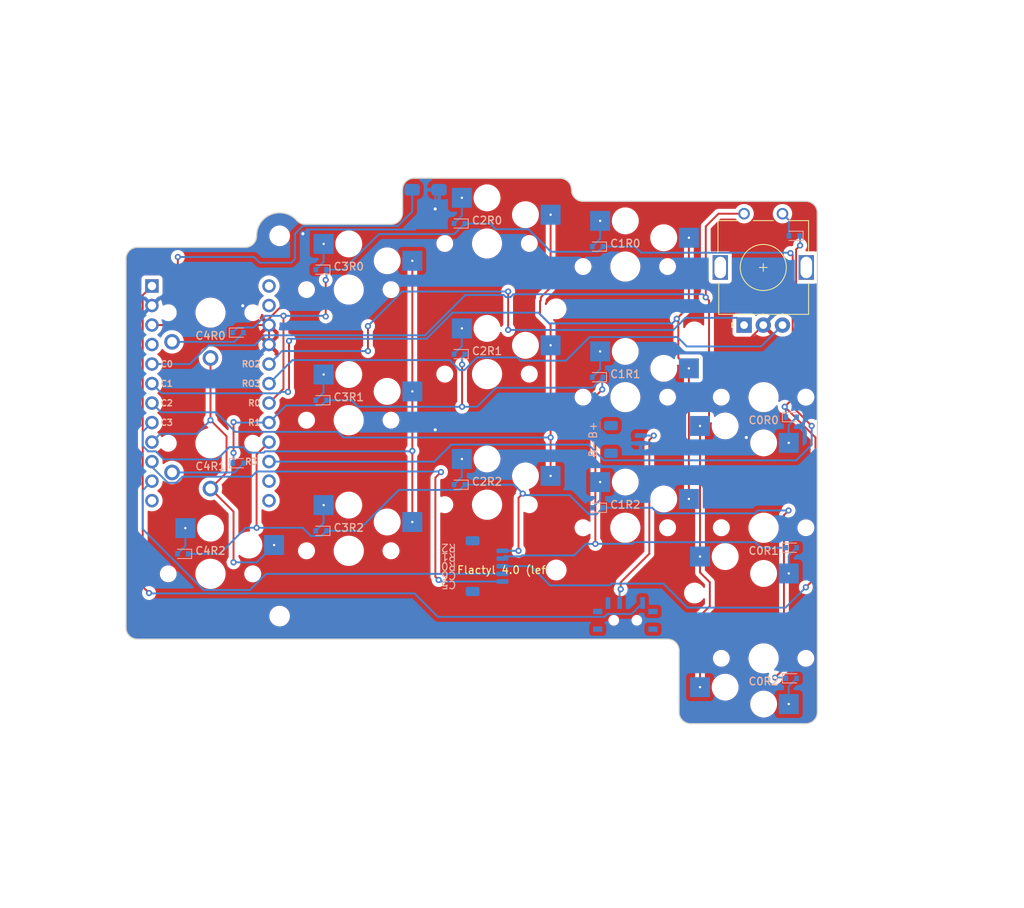
<source format=kicad_pcb>
(kicad_pcb (version 20171130) (host pcbnew 5.1.6)
  (title_block (title right) (rev v1.0.0) (company Unknown))
  (layers (0 F.Cu signal) (31 B.Cu signal) (34 B.Paste user) (35 F.Paste user) (36 B.SilkS user) (37 F.SilkS user) (38 B.Mask user) (39 F.Mask user) (44 Edge.Cuts user))
  (net 0 "")
  (net 1 "C0")
  (net 2 "C0R0D")
  (net 3 "C0R0")
  (net 4 "R0")
  (net 5 "C0R1D")
  (net 6 "C0R1")
  (net 7 "R1")
  (net 8 "C0R2D")
  (net 9 "C0R2")
  (net 10 "R2")
  (net 11 "C1")
  (net 12 "C1R0D")
  (net 13 "C1R0")
  (net 14 "C1R1D")
  (net 15 "C1R1")
  (net 16 "C1R2D")
  (net 17 "C1R2")
  (net 18 "C2")
  (net 19 "C2R0D")
  (net 20 "C2R0")
  (net 21 "C2R1D")
  (net 22 "C2R1")
  (net 23 "C2R2D")
  (net 24 "C2R2")
  (net 25 "C3")
  (net 26 "C3R0D")
  (net 27 "C3R0")
  (net 28 "C3R1D")
  (net 29 "C3R1")
  (net 30 "C3R2D")
  (net 31 "C3R2")
  (net 32 "C4")
  (net 33 "C4R0D")
  (net 34 "C4R0")
  (net 35 "C4R1D")
  (net 36 "C4R1")
  (net 37 "C4R2D")
  (net 38 "C4R2")
  (net 39 "C0R3D")
  (net 40 "P2")
  (net 41 "P3")
  (net 42 "GND")
  (net 43 "R3")
  (net 44 "RAW")
  (net 45 "BSLI")
  (net 46 "three")
  (net 47 "RST")
  (net 48 "VCC")
  (net 49 "C5")
  (net 50 "C6")
  (net 51 "P10")
  (net 52 "P1")
  (net 53 "P0")
  (net 54 "P8")
  (net 55 "P9")
  (net 56 "Flactyl 4.0 (left)")
  (footprint "Kailh_socket_PG1350_no_silk" (layer "B.Cu") (at 72 -23 0)
    (fp_text reference "S1" hide)
    (fp_text user C0R0 (at -0 3 0) (layer F.SilkS))
    (fp_text user C0R0 (at -0 3 0) (layer B.SilkS))
    (pad "" np_thru_hole circle (at 0 0) (size 3.429 3.429) (drill 3.429) (layers *.Cu *.Mask))
    (pad "" np_thru_hole circle (at 5.5 0) (size 1.7018 1.7018) (drill 1.7018) (layers *.Cu *.Mask))
    (pad "" np_thru_hole circle (at -5.5 0) (size 1.7018 1.7018) (drill 1.7018) (layers *.Cu *.Mask))
    (pad "" np_thru_hole circle (at -5 3.75) (size 3 3) (drill 3) (layers *.Cu *.Mask))
    (pad "" np_thru_hole circle (at 0 5.95) (size 3 3) (drill 3) (layers *.Cu *.Mask))
    (pad "1" smd rect (at 3.275 5.95) (size 2.6 2.6) (layers "B.Cu" "B.Paste" "B.Mask") (net 2 "C0R0D"))
    (pad "2" smd rect (at -8.275 3.75) (size 2.6 2.6) (layers "B.Cu" "B.Paste" "B.Mask") (net 1 "C0"))
    (pad "3" thru_hole circle (at 3.275 5.95) (size 0.6 0.6) (drill 0.3) (layers *.Cu) (net 2 "C0R0D"))
    (pad "4" thru_hole circle (at -8.275 3.75) (size 0.6 0.6) (drill 0.3) (layers *.Cu) (net 1 "C0"))
  )
  (footprint "D_SOD-523" (layer "B.Cu") (at 75.6 -20.4 0)
    (fp_text reference "D1" hide)
    (fp_text value "D_SOD-523")
    (pad "1" smd rect (at -0.7 0 0) (size 0.6 0.7) (layers "B.Cu" "B.Paste" "B.Mask") (net 4 "R0"))
    (pad "2" smd rect (at 0.7 0 0) (size 0.6 0.7) (layers "B.Cu" "B.Paste" "B.Mask") (net 2 "C0R0D"))
  )
  (footprint "Kailh_socket_PG1350_no_silk" (layer "B.Cu") (at 72 -6 0)
    (fp_text reference "S2" hide)
    (fp_text user C0R1 (at -0 3 0) (layer F.SilkS))
    (fp_text user C0R1 (at -0 3 0) (layer B.SilkS))
    (pad "" np_thru_hole circle (at 0 0) (size 3.429 3.429) (drill 3.429) (layers *.Cu *.Mask))
    (pad "" np_thru_hole circle (at 5.5 0) (size 1.7018 1.7018) (drill 1.7018) (layers *.Cu *.Mask))
    (pad "" np_thru_hole circle (at -5.5 0) (size 1.7018 1.7018) (drill 1.7018) (layers *.Cu *.Mask))
    (pad "" np_thru_hole circle (at -5 3.75) (size 3 3) (drill 3) (layers *.Cu *.Mask))
    (pad "" np_thru_hole circle (at 0 5.95) (size 3 3) (drill 3) (layers *.Cu *.Mask))
    (pad "1" smd rect (at 3.275 5.95) (size 2.6 2.6) (layers "B.Cu" "B.Paste" "B.Mask") (net 5 "C0R1D"))
    (pad "2" smd rect (at -8.275 3.75) (size 2.6 2.6) (layers "B.Cu" "B.Paste" "B.Mask") (net 1 "C0"))
    (pad "3" thru_hole circle (at 3.275 5.95) (size 0.6 0.6) (drill 0.3) (layers *.Cu) (net 5 "C0R1D"))
    (pad "4" thru_hole circle (at -8.275 3.75) (size 0.6 0.6) (drill 0.3) (layers *.Cu) (net 1 "C0"))
  )
  (footprint "D_SOD-523" (layer "B.Cu") (at 75.6 -3.4 0)
    (fp_text reference "D2" hide)
    (fp_text value "D_SOD-523")
    (pad "1" smd rect (at -0.7 0 0) (size 0.6 0.7) (layers "B.Cu" "B.Paste" "B.Mask") (net 7 "R1"))
    (pad "2" smd rect (at 0.7 0 0) (size 0.6 0.7) (layers "B.Cu" "B.Paste" "B.Mask") (net 5 "C0R1D"))
  )
  (footprint "Kailh_socket_PG1350_no_silk" (layer "B.Cu") (at 72 11 0)
    (fp_text reference "S3" hide)
    (fp_text user C0R2 (at -0 3 0) (layer F.SilkS))
    (fp_text user C0R2 (at -0 3 0) (layer B.SilkS))
    (pad "" np_thru_hole circle (at 0 0) (size 3.429 3.429) (drill 3.429) (layers *.Cu *.Mask))
    (pad "" np_thru_hole circle (at 5.5 0) (size 1.7018 1.7018) (drill 1.7018) (layers *.Cu *.Mask))
    (pad "" np_thru_hole circle (at -5.5 0) (size 1.7018 1.7018) (drill 1.7018) (layers *.Cu *.Mask))
    (pad "" np_thru_hole circle (at -5 3.75) (size 3 3) (drill 3) (layers *.Cu *.Mask))
    (pad "" np_thru_hole circle (at 0 5.95) (size 3 3) (drill 3) (layers *.Cu *.Mask))
    (pad "1" smd rect (at 3.275 5.95) (size 2.6 2.6) (layers "B.Cu" "B.Paste" "B.Mask") (net 8 "C0R2D"))
    (pad "2" smd rect (at -8.275 3.75) (size 2.6 2.6) (layers "B.Cu" "B.Paste" "B.Mask") (net 1 "C0"))
    (pad "3" thru_hole circle (at 3.275 5.95) (size 0.6 0.6) (drill 0.3) (layers *.Cu) (net 8 "C0R2D"))
    (pad "4" thru_hole circle (at -8.275 3.75) (size 0.6 0.6) (drill 0.3) (layers *.Cu) (net 1 "C0"))
  )
  (footprint "D_SOD-523" (layer "B.Cu") (at 75.6 13.6 0)
    (fp_text reference "D3" hide)
    (fp_text value "D_SOD-523")
    (pad "1" smd rect (at -0.7 0 0) (size 0.6 0.7) (layers "B.Cu" "B.Paste" "B.Mask") (net 10 "R2"))
    (pad "2" smd rect (at 0.7 0 0) (size 0.6 0.7) (layers "B.Cu" "B.Paste" "B.Mask") (net 8 "C0R2D"))
  )
  (footprint "Kailh_socket_PG1350_no_silk" (layer "B.Cu") (at 54 -40 180)
    (fp_text reference "S4" hide)
    (fp_text user C1R0 (at -0 3 180) (layer F.SilkS))
    (fp_text user C1R0 (at -0 3 180) (layer B.SilkS))
    (pad "" np_thru_hole circle (at 0 0) (size 3.429 3.429) (drill 3.429) (layers *.Cu *.Mask))
    (pad "" np_thru_hole circle (at 5.5 0) (size 1.7018 1.7018) (drill 1.7018) (layers *.Cu *.Mask))
    (pad "" np_thru_hole circle (at -5.5 0) (size 1.7018 1.7018) (drill 1.7018) (layers *.Cu *.Mask))
    (pad "" np_thru_hole circle (at -5 3.75) (size 3 3) (drill 3) (layers *.Cu *.Mask))
    (pad "" np_thru_hole circle (at 0 5.95) (size 3 3) (drill 3) (layers *.Cu *.Mask))
    (pad "1" smd rect (at 3.275 5.95) (size 2.6 2.6) (layers "B.Cu" "B.Paste" "B.Mask") (net 12 "C1R0D"))
    (pad "2" smd rect (at -8.275 3.75) (size 2.6 2.6) (layers "B.Cu" "B.Paste" "B.Mask") (net 11 "C1"))
    (pad "3" thru_hole circle (at 3.275 5.95) (size 0.6 0.6) (drill 0.3) (layers *.Cu) (net 12 "C1R0D"))
    (pad "4" thru_hole circle (at -8.275 3.75) (size 0.6 0.6) (drill 0.3) (layers *.Cu) (net 11 "C1"))
  )
  (footprint "D_SOD-523" (layer "B.Cu") (at 50.4 -42.6 180)
    (fp_text reference "D4" hide)
    (fp_text value "D_SOD-523")
    (pad "1" smd rect (at -0.7 0 180) (size 0.6 0.7) (layers "B.Cu" "B.Paste" "B.Mask") (net 4 "R0"))
    (pad "2" smd rect (at 0.7 0 180) (size 0.6 0.7) (layers "B.Cu" "B.Paste" "B.Mask") (net 12 "C1R0D"))
  )
  (footprint "Kailh_socket_PG1350_no_silk" (layer "B.Cu") (at 54 -23 180)
    (fp_text reference "S5" hide)
    (fp_text user C1R1 (at -0 3 180) (layer F.SilkS))
    (fp_text user C1R1 (at -0 3 180) (layer B.SilkS))
    (pad "" np_thru_hole circle (at 0 0) (size 3.429 3.429) (drill 3.429) (layers *.Cu *.Mask))
    (pad "" np_thru_hole circle (at 5.5 0) (size 1.7018 1.7018) (drill 1.7018) (layers *.Cu *.Mask))
    (pad "" np_thru_hole circle (at -5.5 0) (size 1.7018 1.7018) (drill 1.7018) (layers *.Cu *.Mask))
    (pad "" np_thru_hole circle (at -5 3.75) (size 3 3) (drill 3) (layers *.Cu *.Mask))
    (pad "" np_thru_hole circle (at 0 5.95) (size 3 3) (drill 3) (layers *.Cu *.Mask))
    (pad "1" smd rect (at 3.275 5.95) (size 2.6 2.6) (layers "B.Cu" "B.Paste" "B.Mask") (net 14 "C1R1D"))
    (pad "2" smd rect (at -8.275 3.75) (size 2.6 2.6) (layers "B.Cu" "B.Paste" "B.Mask") (net 11 "C1"))
    (pad "3" thru_hole circle (at 3.275 5.95) (size 0.6 0.6) (drill 0.3) (layers *.Cu) (net 14 "C1R1D"))
    (pad "4" thru_hole circle (at -8.275 3.75) (size 0.6 0.6) (drill 0.3) (layers *.Cu) (net 11 "C1"))
  )
  (footprint "D_SOD-523" (layer "B.Cu") (at 50.4 -25.6 180)
    (fp_text reference "D5" hide)
    (fp_text value "D_SOD-523")
    (pad "1" smd rect (at -0.7 0 180) (size 0.6 0.7) (layers "B.Cu" "B.Paste" "B.Mask") (net 7 "R1"))
    (pad "2" smd rect (at 0.7 0 180) (size 0.6 0.7) (layers "B.Cu" "B.Paste" "B.Mask") (net 14 "C1R1D"))
  )
  (footprint "Kailh_socket_PG1350_no_silk" (layer "B.Cu") (at 54 -6 180)
    (fp_text reference "S6" hide)
    (fp_text user C1R2 (at -0 3 180) (layer F.SilkS))
    (fp_text user C1R2 (at -0 3 180) (layer B.SilkS))
    (pad "" np_thru_hole circle (at 0 0) (size 3.429 3.429) (drill 3.429) (layers *.Cu *.Mask))
    (pad "" np_thru_hole circle (at 5.5 0) (size 1.7018 1.7018) (drill 1.7018) (layers *.Cu *.Mask))
    (pad "" np_thru_hole circle (at -5.5 0) (size 1.7018 1.7018) (drill 1.7018) (layers *.Cu *.Mask))
    (pad "" np_thru_hole circle (at -5 3.75) (size 3 3) (drill 3) (layers *.Cu *.Mask))
    (pad "" np_thru_hole circle (at 0 5.95) (size 3 3) (drill 3) (layers *.Cu *.Mask))
    (pad "1" smd rect (at 3.275 5.95) (size 2.6 2.6) (layers "B.Cu" "B.Paste" "B.Mask") (net 16 "C1R2D"))
    (pad "2" smd rect (at -8.275 3.75) (size 2.6 2.6) (layers "B.Cu" "B.Paste" "B.Mask") (net 11 "C1"))
    (pad "3" thru_hole circle (at 3.275 5.95) (size 0.6 0.6) (drill 0.3) (layers *.Cu) (net 16 "C1R2D"))
    (pad "4" thru_hole circle (at -8.275 3.75) (size 0.6 0.6) (drill 0.3) (layers *.Cu) (net 11 "C1"))
  )
  (footprint "D_SOD-523" (layer "B.Cu") (at 50.4 -8.6 180)
    (fp_text reference "D6" hide)
    (fp_text value "D_SOD-523")
    (pad "1" smd rect (at -0.7 0 180) (size 0.6 0.7) (layers "B.Cu" "B.Paste" "B.Mask") (net 10 "R2"))
    (pad "2" smd rect (at 0.7 0 180) (size 0.6 0.7) (layers "B.Cu" "B.Paste" "B.Mask") (net 16 "C1R2D"))
  )
  (footprint "Kailh_socket_PG1350_no_silk" (layer "B.Cu") (at 36 -43 -180)
    (fp_text reference "S7" hide)
    (fp_text user C2R0 (at -0 3 -180) (layer F.SilkS))
    (fp_text user C2R0 (at -0 3 -180) (layer B.SilkS))
    (pad "" np_thru_hole circle (at 0 0) (size 3.429 3.429) (drill 3.429) (layers *.Cu *.Mask))
    (pad "" np_thru_hole circle (at 5.5 0) (size 1.7018 1.7018) (drill 1.7018) (layers *.Cu *.Mask))
    (pad "" np_thru_hole circle (at -5.5 0) (size 1.7018 1.7018) (drill 1.7018) (layers *.Cu *.Mask))
    (pad "" np_thru_hole circle (at -5 3.75) (size 3 3) (drill 3) (layers *.Cu *.Mask))
    (pad "" np_thru_hole circle (at 0 5.95) (size 3 3) (drill 3) (layers *.Cu *.Mask))
    (pad "1" smd rect (at 3.275 5.95) (size 2.6 2.6) (layers "B.Cu" "B.Paste" "B.Mask") (net 19 "C2R0D"))
    (pad "2" smd rect (at -8.275 3.75) (size 2.6 2.6) (layers "B.Cu" "B.Paste" "B.Mask") (net 18 "C2"))
    (pad "3" thru_hole circle (at 3.275 5.95) (size 0.6 0.6) (drill 0.3) (layers *.Cu) (net 19 "C2R0D"))
    (pad "4" thru_hole circle (at -8.275 3.75) (size 0.6 0.6) (drill 0.3) (layers *.Cu) (net 18 "C2"))
  )
  (footprint "D_SOD-523" (layer "B.Cu") (at 32.4 -45.6 -180)
    (fp_text reference "D7" hide)
    (fp_text value "D_SOD-523")
    (pad "1" smd rect (at -0.7 0 -180) (size 0.6 0.7) (layers "B.Cu" "B.Paste" "B.Mask") (net 4 "R0"))
    (pad "2" smd rect (at 0.7 0 -180) (size 0.6 0.7) (layers "B.Cu" "B.Paste" "B.Mask") (net 19 "C2R0D"))
  )
  (footprint "Kailh_socket_PG1350_no_silk" (layer "B.Cu") (at 36 -26 180)
    (fp_text reference "S8" hide)
    (fp_text user C2R1 (at -0 3 180) (layer F.SilkS))
    (fp_text user C2R1 (at -0 3 180) (layer B.SilkS))
    (pad "" np_thru_hole circle (at 0 0) (size 3.429 3.429) (drill 3.429) (layers *.Cu *.Mask))
    (pad "" np_thru_hole circle (at 5.5 0) (size 1.7018 1.7018) (drill 1.7018) (layers *.Cu *.Mask))
    (pad "" np_thru_hole circle (at -5.5 0) (size 1.7018 1.7018) (drill 1.7018) (layers *.Cu *.Mask))
    (pad "" np_thru_hole circle (at -5 3.75) (size 3 3) (drill 3) (layers *.Cu *.Mask))
    (pad "" np_thru_hole circle (at 0 5.95) (size 3 3) (drill 3) (layers *.Cu *.Mask))
    (pad "1" smd rect (at 3.275 5.95) (size 2.6 2.6) (layers "B.Cu" "B.Paste" "B.Mask") (net 21 "C2R1D"))
    (pad "2" smd rect (at -8.275 3.75) (size 2.6 2.6) (layers "B.Cu" "B.Paste" "B.Mask") (net 18 "C2"))
    (pad "3" thru_hole circle (at 3.275 5.95) (size 0.6 0.6) (drill 0.3) (layers *.Cu) (net 21 "C2R1D"))
    (pad "4" thru_hole circle (at -8.275 3.75) (size 0.6 0.6) (drill 0.3) (layers *.Cu) (net 18 "C2"))
  )
  (footprint "D_SOD-523" (layer "B.Cu") (at 32.4 -28.6 180)
    (fp_text reference "D8" hide)
    (fp_text value "D_SOD-523")
    (pad "1" smd rect (at -0.7 0 180) (size 0.6 0.7) (layers "B.Cu" "B.Paste" "B.Mask") (net 7 "R1"))
    (pad "2" smd rect (at 0.7 0 180) (size 0.6 0.7) (layers "B.Cu" "B.Paste" "B.Mask") (net 21 "C2R1D"))
  )
  (footprint "Kailh_socket_PG1350_no_silk" (layer "B.Cu") (at 36 -9 180)
    (fp_text reference "S9" hide)
    (fp_text user C2R2 (at -0 3 180) (layer F.SilkS))
    (fp_text user C2R2 (at -0 3 180) (layer B.SilkS))
    (pad "" np_thru_hole circle (at 0 0) (size 3.429 3.429) (drill 3.429) (layers *.Cu *.Mask))
    (pad "" np_thru_hole circle (at 5.5 0) (size 1.7018 1.7018) (drill 1.7018) (layers *.Cu *.Mask))
    (pad "" np_thru_hole circle (at -5.5 0) (size 1.7018 1.7018) (drill 1.7018) (layers *.Cu *.Mask))
    (pad "" np_thru_hole circle (at -5 3.75) (size 3 3) (drill 3) (layers *.Cu *.Mask))
    (pad "" np_thru_hole circle (at 0 5.95) (size 3 3) (drill 3) (layers *.Cu *.Mask))
    (pad "1" smd rect (at 3.275 5.95) (size 2.6 2.6) (layers "B.Cu" "B.Paste" "B.Mask") (net 23 "C2R2D"))
    (pad "2" smd rect (at -8.275 3.75) (size 2.6 2.6) (layers "B.Cu" "B.Paste" "B.Mask") (net 18 "C2"))
    (pad "3" thru_hole circle (at 3.275 5.95) (size 0.6 0.6) (drill 0.3) (layers *.Cu) (net 23 "C2R2D"))
    (pad "4" thru_hole circle (at -8.275 3.75) (size 0.6 0.6) (drill 0.3) (layers *.Cu) (net 18 "C2"))
  )
  (footprint "D_SOD-523" (layer "B.Cu") (at 32.4 -11.6 180)
    (fp_text reference "D9" hide)
    (fp_text value "D_SOD-523")
    (pad "1" smd rect (at -0.7 0 180) (size 0.6 0.7) (layers "B.Cu" "B.Paste" "B.Mask") (net 10 "R2"))
    (pad "2" smd rect (at 0.7 0 180) (size 0.6 0.7) (layers "B.Cu" "B.Paste" "B.Mask") (net 23 "C2R2D"))
  )
  (footprint "Kailh_socket_PG1350_no_silk" (layer "B.Cu") (at 18 -37 -180)
    (fp_text reference "S10" hide)
    (fp_text user C3R0 (at -0 3 -180) (layer F.SilkS))
    (fp_text user C3R0 (at -0 3 -180) (layer B.SilkS))
    (pad "" np_thru_hole circle (at 0 0) (size 3.429 3.429) (drill 3.429) (layers *.Cu *.Mask))
    (pad "" np_thru_hole circle (at 5.5 0) (size 1.7018 1.7018) (drill 1.7018) (layers *.Cu *.Mask))
    (pad "" np_thru_hole circle (at -5.5 0) (size 1.7018 1.7018) (drill 1.7018) (layers *.Cu *.Mask))
    (pad "" np_thru_hole circle (at -5 3.75) (size 3 3) (drill 3) (layers *.Cu *.Mask))
    (pad "" np_thru_hole circle (at 0 5.95) (size 3 3) (drill 3) (layers *.Cu *.Mask))
    (pad "1" smd rect (at 3.275 5.95) (size 2.6 2.6) (layers "B.Cu" "B.Paste" "B.Mask") (net 26 "C3R0D"))
    (pad "2" smd rect (at -8.275 3.75) (size 2.6 2.6) (layers "B.Cu" "B.Paste" "B.Mask") (net 25 "C3"))
    (pad "3" thru_hole circle (at 3.275 5.95) (size 0.6 0.6) (drill 0.3) (layers *.Cu) (net 26 "C3R0D"))
    (pad "4" thru_hole circle (at -8.275 3.75) (size 0.6 0.6) (drill 0.3) (layers *.Cu) (net 25 "C3"))
  )
  (footprint "D_SOD-523" (layer "B.Cu") (at 14.4 -39.6 -180)
    (fp_text reference "D10" hide)
    (fp_text value "D_SOD-523")
    (pad "1" smd rect (at -0.7 0 -180) (size 0.6 0.7) (layers "B.Cu" "B.Paste" "B.Mask") (net 4 "R0"))
    (pad "2" smd rect (at 0.7 0 -180) (size 0.6 0.7) (layers "B.Cu" "B.Paste" "B.Mask") (net 26 "C3R0D"))
  )
  (footprint "Kailh_socket_PG1350_no_silk" (layer "B.Cu") (at 18 -20 -180)
    (fp_text reference "S11" hide)
    (fp_text user C3R1 (at -0 3 -180) (layer F.SilkS))
    (fp_text user C3R1 (at -0 3 -180) (layer B.SilkS))
    (pad "" np_thru_hole circle (at 0 0) (size 3.429 3.429) (drill 3.429) (layers *.Cu *.Mask))
    (pad "" np_thru_hole circle (at 5.5 0) (size 1.7018 1.7018) (drill 1.7018) (layers *.Cu *.Mask))
    (pad "" np_thru_hole circle (at -5.5 0) (size 1.7018 1.7018) (drill 1.7018) (layers *.Cu *.Mask))
    (pad "" np_thru_hole circle (at -5 3.75) (size 3 3) (drill 3) (layers *.Cu *.Mask))
    (pad "" np_thru_hole circle (at 0 5.95) (size 3 3) (drill 3) (layers *.Cu *.Mask))
    (pad "1" smd rect (at 3.275 5.95) (size 2.6 2.6) (layers "B.Cu" "B.Paste" "B.Mask") (net 28 "C3R1D"))
    (pad "2" smd rect (at -8.275 3.75) (size 2.6 2.6) (layers "B.Cu" "B.Paste" "B.Mask") (net 25 "C3"))
    (pad "3" thru_hole circle (at 3.275 5.95) (size 0.6 0.6) (drill 0.3) (layers *.Cu) (net 28 "C3R1D"))
    (pad "4" thru_hole circle (at -8.275 3.75) (size 0.6 0.6) (drill 0.3) (layers *.Cu) (net 25 "C3"))
  )
  (footprint "D_SOD-523" (layer "B.Cu") (at 14.4 -22.6 -180)
    (fp_text reference "D11" hide)
    (fp_text value "D_SOD-523")
    (pad "1" smd rect (at -0.7 0 -180) (size 0.6 0.7) (layers "B.Cu" "B.Paste" "B.Mask") (net 7 "R1"))
    (pad "2" smd rect (at 0.7 0 -180) (size 0.6 0.7) (layers "B.Cu" "B.Paste" "B.Mask") (net 28 "C3R1D"))
  )
  (footprint "Kailh_socket_PG1350_no_silk" (layer "B.Cu") (at 18 -3 180)
    (fp_text reference "S12" hide)
    (fp_text user C3R2 (at -0 3 180) (layer F.SilkS))
    (fp_text user C3R2 (at -0 3 180) (layer B.SilkS))
    (pad "" np_thru_hole circle (at 0 0) (size 3.429 3.429) (drill 3.429) (layers *.Cu *.Mask))
    (pad "" np_thru_hole circle (at 5.5 0) (size 1.7018 1.7018) (drill 1.7018) (layers *.Cu *.Mask))
    (pad "" np_thru_hole circle (at -5.5 0) (size 1.7018 1.7018) (drill 1.7018) (layers *.Cu *.Mask))
    (pad "" np_thru_hole circle (at -5 3.75) (size 3 3) (drill 3) (layers *.Cu *.Mask))
    (pad "" np_thru_hole circle (at 0 5.95) (size 3 3) (drill 3) (layers *.Cu *.Mask))
    (pad "1" smd rect (at 3.275 5.95) (size 2.6 2.6) (layers "B.Cu" "B.Paste" "B.Mask") (net 30 "C3R2D"))
    (pad "2" smd rect (at -8.275 3.75) (size 2.6 2.6) (layers "B.Cu" "B.Paste" "B.Mask") (net 25 "C3"))
    (pad "3" thru_hole circle (at 3.275 5.95) (size 0.6 0.6) (drill 0.3) (layers *.Cu) (net 30 "C3R2D"))
    (pad "4" thru_hole circle (at -8.275 3.75) (size 0.6 0.6) (drill 0.3) (layers *.Cu) (net 25 "C3"))
  )
  (footprint "D_SOD-523" (layer "B.Cu") (at 14.4 -5.6 180)
    (fp_text reference "D12" hide)
    (fp_text value "D_SOD-523")
    (pad "1" smd rect (at -0.7 0 180) (size 0.6 0.7) (layers "B.Cu" "B.Paste" "B.Mask") (net 10 "R2"))
    (pad "2" smd rect (at 0.7 0 180) (size 0.6 0.7) (layers "B.Cu" "B.Paste" "B.Mask") (net 30 "C3R2D"))
  )
  (footprint "Kailh_socket_PG1350_no_silk" (layer "B.Cu") (at 0 -34 0)
    (fp_text reference "S13" hide)
    (fp_text user C4R0 (at -0 3 0) (layer F.SilkS))
    (fp_text user C4R0 (at -0 3 0) (layer B.SilkS))
    (pad "" np_thru_hole circle (at 0 0) (size 3.429 3.429) (drill 3.429) (layers *.Cu *.Mask))
    (pad "" np_thru_hole circle (at 5.5 0) (size 1.7018 1.7018) (drill 1.7018) (layers *.Cu *.Mask))
    (pad "" np_thru_hole circle (at -5.5 0) (size 1.7018 1.7018) (drill 1.7018) (layers *.Cu *.Mask))
    (pad 1 thru_hole circle (at -5 3.8) (size 2.032 2.032) (drill 1.27) (layers *.Cu *.Mask) (net 33 "C4R0D"))
    (pad 2 thru_hole circle (at 0 5.9) (size 2.032 2.032) (drill 1.27) (layers *.Cu *.Mask) (net 32 "C4"))
  )
  (footprint "D_SOD-523" (layer "B.Cu") (at 3.6 -31.4 0)
    (fp_text reference "D13" hide)
    (fp_text value "D_SOD-523")
    (pad "1" smd rect (at -0.7 0 0) (size 0.6 0.7) (layers "B.Cu" "B.Paste" "B.Mask") (net 4 "R0"))
    (pad "2" smd rect (at 0.7 0 0) (size 0.6 0.7) (layers "B.Cu" "B.Paste" "B.Mask") (net 33 "C4R0D"))
  )
  (footprint "Kailh_socket_PG1350_no_silk" (layer "B.Cu") (at 0 -17 0)
    (fp_text reference "S14" hide)
    (fp_text user C4R1 (at -0 3 0) (layer F.SilkS))
    (fp_text user C4R1 (at -0 3 0) (layer B.SilkS))
    (pad "" np_thru_hole circle (at 0 0) (size 3.429 3.429) (drill 3.429) (layers *.Cu *.Mask))
    (pad "" np_thru_hole circle (at 5.5 0) (size 1.7018 1.7018) (drill 1.7018) (layers *.Cu *.Mask))
    (pad "" np_thru_hole circle (at -5.5 0) (size 1.7018 1.7018) (drill 1.7018) (layers *.Cu *.Mask))
    (pad 1 thru_hole circle (at -5 3.8) (size 2.032 2.032) (drill 1.27) (layers *.Cu *.Mask) (net 35 "C4R1D"))
    (pad 2 thru_hole circle (at 0 5.9) (size 2.032 2.032) (drill 1.27) (layers *.Cu *.Mask) (net 32 "C4"))
  )
  (footprint "D_SOD-523" (layer "B.Cu") (at 3.6 -14.4 0)
    (fp_text reference "D14" hide)
    (fp_text value "D_SOD-523")
    (pad "1" smd rect (at -0.7 0 0) (size 0.6 0.7) (layers "B.Cu" "B.Paste" "B.Mask") (net 7 "R1"))
    (pad "2" smd rect (at 0.7 0 0) (size 0.6 0.7) (layers "B.Cu" "B.Paste" "B.Mask") (net 35 "C4R1D"))
  )
  (footprint "Kailh_socket_PG1350_no_silk" (layer "B.Cu") (at 0 0 180)
    (fp_text reference "S15" hide)
    (fp_text user C4R2 (at -0 3 180) (layer F.SilkS))
    (fp_text user C4R2 (at -0 3 180) (layer B.SilkS))
    (pad "" np_thru_hole circle (at 0 0) (size 3.429 3.429) (drill 3.429) (layers *.Cu *.Mask))
    (pad "" np_thru_hole circle (at 5.5 0) (size 1.7018 1.7018) (drill 1.7018) (layers *.Cu *.Mask))
    (pad "" np_thru_hole circle (at -5.5 0) (size 1.7018 1.7018) (drill 1.7018) (layers *.Cu *.Mask))
    (pad "" np_thru_hole circle (at -5 3.75) (size 3 3) (drill 3) (layers *.Cu *.Mask))
    (pad "" np_thru_hole circle (at 0 5.95) (size 3 3) (drill 3) (layers *.Cu *.Mask))
    (pad "1" smd rect (at 3.275 5.95) (size 2.6 2.6) (layers "B.Cu" "B.Paste" "B.Mask") (net 37 "C4R2D"))
    (pad "2" smd rect (at -8.275 3.75) (size 2.6 2.6) (layers "B.Cu" "B.Paste" "B.Mask") (net 32 "C4"))
    (pad "3" thru_hole circle (at 3.275 5.95) (size 0.6 0.6) (drill 0.3) (layers *.Cu) (net 37 "C4R2D"))
    (pad "4" thru_hole circle (at -8.275 3.75) (size 0.6 0.6) (drill 0.3) (layers *.Cu) (net 32 "C4"))
  )
  (footprint "D_SOD-523" (layer "B.Cu") (at -3.6 -2.6 180)
    (fp_text reference "D15" hide)
    (fp_text value "D_SOD-523")
    (pad "1" smd rect (at -0.7 0 180) (size 0.6 0.7) (layers "B.Cu" "B.Paste" "B.Mask") (net 10 "R2"))
    (pad "2" smd rect (at 0.7 0 180) (size 0.6 0.7) (layers "B.Cu" "B.Paste" "B.Mask") (net 37 "C4R2D"))
  )
  (module rotary_encoder (layer F.Cu) (at 72 -40 90)
    (fp_text reference "ROT1" hide)
    (fp_text value "")
    (pad A thru_hole rect (at -7.62 -2.54 90) (size 2 2) (drill 1) (layers *.Cu *.Mask) (net 40 "P2"))
    (pad C thru_hole circle (at -7.62 -0.04) (size 2 2) (drill 1) (layers *.Cu *.Mask) (net 42 "GND"))
    (pad B thru_hole circle (at -7.62 2.46) (size 2 2) (drill 1) (layers *.Cu *.Mask) (net 41 "P3"))
    (pad 1 thru_hole circle (at 6.88 -2.54) (size 1.5 1.5) (drill 1) (layers *.Cu *.Mask) (net 1 "C0"))
    (pad 2 thru_hole circle (at 6.88 2.46) (size 1.5 1.5) (drill 1) (layers *.Cu *.Mask) (net 39 "C0R3D"))
    (pad "" thru_hole rect (at -0.12 -5.64 90) (size 3.2 2) (drill oval 2.8 1.5) (layers *.Cu *.Mask))
    (pad "" thru_hole rect (at -0.12 5.56 90) (size 3.2 2) (drill oval 2.8 1.5) (layers *.Cu *.Mask))
  )
  (footprint "D_SOD-523" (layer "B.Cu") (at 76 -44 180)
    (fp_text reference "D16" hide)
    (fp_text value "D_SOD-523")
    (pad "1" smd rect (at -0.7 0 180) (size 0.6 0.7) (layers "B.Cu" "B.Paste" "B.Mask") (net 43 "R3"))
    (pad "2" smd rect (at 0.7 0 180) (size 0.6 0.7) (layers "B.Cu" "B.Paste" "B.Mask") (net 39 "C0R3D"))
  )
  (footprint "easyeda:SW-TH_MSK12C02-HB-1" (layer "F.Cu") (at 54 5.5 0)
    (fp_text reference "SS1" hide)
    (pad "" np_thru_hole circle (at -1.5 0.55 180) (size 0.9 0.9) (drill 0.9) (layers "*.Cu" "*.Mask"))
    (pad "" np_thru_hole circle (at 1.5 0.55 180) (size 0.9 0.9) (drill 0.9) (layers "*.Cu" "*.Mask"))
    (pad "1" smd rect (at 2.25 -1.7 90) (size 1.524 0.6) (layers "B.Cu" "B.Paste" "B.Mask") (net 44 "RAW"))
    (pad "2" smd rect (at -0.75 -1.7 90) (size 1.524 0.6) (layers "B.Cu" "B.Paste" "B.Mask") (net 45 "BSLI"))
    (pad "3" smd rect (at -2.25 -1.7 90) (size 1.524 0.6) (layers "B.Cu" "B.Paste" "B.Mask") (net 46 "three"))
    (pad "4" smd rect (at -3.6 -0.6 180) (size 1.2 0.7) (layers "B.Cu" "B.Paste" "B.Mask"))
    (pad "4" smd rect (at -3.6 1.7 180) (size 1.2 0.7) (layers "B.Cu" "B.Paste" "B.Mask"))
    (pad "4" smd rect (at 3.6 -0.6 180) (size 1.2 0.7) (layers "B.Cu" "B.Paste" "B.Mask"))
    (pad "4" smd rect (at 3.6 1.7 180) (size 1.2 0.7) (layers "B.Cu" "B.Paste" "B.Mask"))
  )
  (module "b3u-1000P" (layer "B.Cu") (at 28 -50 180)
    (fp_text reference "SB1" hide)
    (fp_text value "b3u-1000P")
    (pad "1" smd roundrect (at -1.75 0 180) (size 2 1.524) (layers "B.Cu" "B.Paste" "B.Mask") (net 42 "GND"))
    (pad "2" smd roundrect (at 1.75 0 180) (size 2 1.512) (layers "B.Cu" "B.Paste" "B.Mask") (net 47 "RST"))
  )
  (module NiceNano (layer B.Cu) (at 0 -23.5 -90)
    (fp_text reference "MCU1" hide)
    (fp_text value "" hide)
    (fp_text user C0 (at -3.81 5.7 0) (layer F.SilkS) (effects (font (size 0.8 0.8))))
    (fp_text user C1 (at -1.27 5.7 0) (layer F.SilkS) (effects (font (size 0.8 0.8))))
    (fp_text user C2 (at 1.27 5.7 0) (layer F.SilkS) (effects (font (size 0.8 0.8))))
    (fp_text user C3 (at 3.81 5.7 0) (layer F.SilkS) (effects (font (size 0.8 0.8))))
    (fp_text user C0 (at -3.81 5.7 0) (layer B.SilkS) (effects (font (size 0.8 0.8))))
    (fp_text user C1 (at -1.27 5.7 0) (layer B.SilkS) (effects (font (size 0.8 0.8))))
    (fp_text user C2 (at 1.27 5.7 0) (layer B.SilkS) (effects (font (size 0.8 0.8))))
    (fp_text user C3 (at 3.81 5.7 0) (layer B.SilkS) (effects (font (size 0.8 0.8))))
    (fp_text user RO2 (at -3.81 -5.3 0) (layer B.SilkS) (effects (font (size 0.8 0.8))))
    (fp_text user RO3 (at -1.27 -5.3 0) (layer B.SilkS) (effects (font (size 0.8 0.8))))
    (fp_text user RO2 (at -3.81 -5.3 0) (layer F.SilkS) (effects (font (size 0.8 0.8))))
    (fp_text user RO3 (at -1.27 -5.3 0) (layer F.SilkS) (effects (font (size 0.8 0.8))))
    (fp_text user R0 (at 1.27 -5.7 0) (layer F.SilkS) (effects (font (size 0.8 0.8))))
    (fp_text user R1 (at 3.81 -5.7 0) (layer F.SilkS) (effects (font (size 0.8 0.8))))
    (fp_text user R3 (at 8.89 -5.3 0) (layer F.SilkS) (effects (font (size 0.8 0.8))))
    (fp_text user R0 (at 1.27 -5.7 0) (layer B.SilkS) (effects (font (size 0.8 0.8))))
    (fp_text user R1 (at 3.81 -5.7 0) (layer B.SilkS) (effects (font (size 0.8 0.8))))
    (fp_text user R3 (at 8.89 -5.3 0) (layer B.SilkS) (effects (font (size 0.8 0.8))))
    (pad 1 thru_hole rect (at -13.97 7.62 -90) (size 1.7526 1.7526) (drill 1.0922) (layers *.Cu *.Fab *.Mask) (net 44 "RAW"))
    (pad 2 thru_hole circle (at -11.43 7.62 0) (size 1.7526 1.7526) (drill 1.0922) (layers *.Cu *.Fab *.Mask) (net 42 "GND"))
    (pad 3 thru_hole circle (at -8.89 7.62 0) (size 1.7526 1.7526) (drill 1.0922) (layers *.Cu *.Fab *.Mask) (net 47 "RST"))
    (pad 4 thru_hole circle (at -6.35 7.62 0) (size 1.7526 1.7526) (drill 1.0922) (layers *.Cu *.Fab *.Mask) (net 48 "VCC"))
    (pad 5 thru_hole circle (at -3.81 7.62 0) (size 1.7526 1.7526) (drill 1.0922) (layers *.Cu *.Fab *.Mask) (net 1 "C0"))
    (pad 6 thru_hole circle (at -1.27 7.62 0) (size 1.7526 1.7526) (drill 1.0922) (layers *.Cu *.Fab *.Mask) (net 11 "C1"))
    (pad 7 thru_hole circle (at 1.27 7.62 0) (size 1.7526 1.7526) (drill 1.0922) (layers *.Cu *.Fab *.Mask) (net 18 "C2"))
    (pad 8 thru_hole circle (at 3.81 7.62 0) (size 1.7526 1.7526) (drill 1.0922) (layers *.Cu *.Fab *.Mask) (net 25 "C3"))
    (pad 9 thru_hole circle (at 6.35 7.62 0) (size 1.7526 1.7526) (drill 1.0922) (layers *.Cu *.Fab *.Mask) (net 32 "C4"))
    (pad 10 thru_hole circle (at 8.89 7.62 0) (size 1.7526 1.7526) (drill 1.0922) (layers *.Cu *.Fab *.Mask) (net 49 "C5"))
    (pad 11 thru_hole circle (at 11.43 7.62 0) (size 1.7526 1.7526) (drill 1.0922) (layers *.Cu *.Fab *.Mask) (net 50 "C6"))
    (pad 12 thru_hole circle (at 13.97 7.62 0) (size 1.7526 1.7526) (drill 1.0922) (layers *.Cu *.Fab *.Mask) (net 51 "P10"))
    (pad 13 thru_hole circle (at -13.97 -7.62 0) (size 1.7526 1.7526) (drill 1.0922) (layers *.Cu *.Fab *.Mask) (net 52 "P1"))
    (pad 14 thru_hole circle (at -11.43 -7.62 0) (size 1.7526 1.7526) (drill 1.0922) (layers *.Cu *.Fab *.Mask) (net 53 "P0"))
    (pad 15 thru_hole circle (at -8.89 -7.62 0) (size 1.7526 1.7526) (drill 1.0922) (layers *.Cu *.Fab *.Mask) (net 42 "GND"))
    (pad 16 thru_hole circle (at -6.35 -7.62 0) (size 1.7526 1.7526) (drill 1.0922) (layers *.Cu *.Fab *.Mask) (net 42 "GND"))
    (pad 17 thru_hole circle (at -3.81 -7.62 0) (size 1.7526 1.7526) (drill 1.0922) (layers *.Cu *.Fab *.Mask) (net 40 "P2"))
    (pad 18 thru_hole circle (at -1.27 -7.62 0) (size 1.7526 1.7526) (drill 1.0922) (layers *.Cu *.Fab *.Mask) (net 41 "P3"))
    (pad 19 thru_hole circle (at 1.27 -7.62 0) (size 1.7526 1.7526) (drill 1.0922) (layers *.Cu *.Fab *.Mask) (net 4 "R0"))
    (pad 20 thru_hole circle (at 3.81 -7.62 0) (size 1.7526 1.7526) (drill 1.0922) (layers *.Cu *.Fab *.Mask) (net 7 "R1"))
    (pad 21 thru_hole circle (at 6.35 -7.62 0) (size 1.7526 1.7526) (drill 1.0922) (layers *.Cu *.Fab *.Mask) (net 10 "R2"))
    (pad 22 thru_hole circle (at 8.89 -7.62 0) (size 1.7526 1.7526) (drill 1.0922) (layers *.Cu *.Fab *.Mask) (net 43 "R3"))
    (pad 23 thru_hole circle (at 11.43 -7.62 0) (size 1.7526 1.7526) (drill 1.0922) (layers *.Cu *.Fab *.Mask) (net 54 "P8"))
    (pad 24 thru_hole circle (at 13.97 -7.62 0) (size 1.7526 1.7526) (drill 1.0922) (layers *.Cu *.Fab *.Mask) (net 55 "P9"))
  )
  (footprint "JST_SH_SM02B-SRSS-TB_1x02-1MP_P1.00mm_Horizontal" (layer "B.Cu") (at 54 -17.5 90)
    (fp_text reference "JB1" hide hide)
    (fp_text value "JST_SH_SM02B-SRSS-TB_1x02-1MP_P1.00mm_Horizontal" hide)
    (fp_text user "B+" (at 1.2 -4.2 90 unlocked) (layer "B.SilkS"))
    (fp_text user "B-" (at -1.2 -4.2 90 unlocked) (layer "B.SilkS"))
    (pad "2" smd roundrect (at 0.5 2 90) (size 0.6 1.55) (layers "B.Cu" "B.Paste" "B.Mask") (net 45 "BSLI"))
    (pad "1" smd roundrect (at -0.5 2 90) (size 0.6 1.55) (layers "B.Cu" "B.Paste" "B.Mask") (net 42 "GND"))
    (pad "MP" smd roundrect (at 1.8 -1.875 90) (size 1.2 1.8) (layers "B.Cu" "B.Paste" "B.Mask") (roundrect_rratio 0.208333))
    (pad "MP" smd roundrect (at -1.8 -1.875 90) (size 1.2 1.8) (layers "B.Cu" "B.Paste" "B.Mask") (roundrect_rratio 0.208333))
  )
  (footprint "JST_SH_SM05B-SRSS-TB_1x05-1MP_P1.00mm_Horizontal" (layer "B.Cu") (at 36 -1 450)
    (fp_text reference "JC1" hide)
    (fp_text user "R2" (at 2.4 -5 540 unlocked) (layer "B.SilkS"))
    (fp_text user "R1" (at 1.2 -5 540 unlocked) (layer "B.SilkS"))
    (fp_text user "R0" (at 0 -5 540 unlocked) (layer "B.SilkS"))
    (fp_text user "C6" (at -1.2 -5 540 unlocked) (layer "B.SilkS"))
    (fp_text user "C5" (at -2.4 -5 540 unlocked) (layer "B.SilkS"))
    (pad "5" smd roundrect (at 2 2 450) (size 0.6 1.55) (layers "B.Cu" "B.Paste" "B.Mask") (net 10 "R2"))
    (pad "4" smd roundrect (at 1 2 450) (size 0.6 1.55) (layers "B.Cu" "B.Paste" "B.Mask") (net 7 "R1"))
    (pad "3" smd roundrect (at 0 2 450) (size 0.6 1.55) (layers "B.Cu" "B.Paste" "B.Mask") (net 4 "R0"))
    (pad "2" smd roundrect (at -1 2 450) (size 0.6 1.55) (layers "B.Cu" "B.Paste" "B.Mask") (net 50 "C6"))
    (pad "1" smd roundrect (at -2 2 450) (size 0.6 1.55) (layers "B.Cu" "B.Paste" "B.Mask") (net 49 "C5"))
    (pad "MP" smd roundrect (at -3.3 -1.875 450) (size 1.2 1.8) (layers "B.Cu" "B.Paste" "B.Mask") (roundrect_rratio 0.208333))
    (pad "MP" smd roundrect (at 3.3 -1.875 450) (size 1.2 1.8) (layers "B.Cu" "B.Paste" "B.Mask") (roundrect_rratio 0.208333))
  )
  (footprint "MountingHole_2.2mm_M2" (layer "F.Cu") (at 63 2.5 0)
    (fp_text reference "H1" hide hide)
    (pad "" np_thru_hole circle (at 0 0) (size 2.2 2.2) (drill 2.2) (layers *.Cu *.Mask))
  )
  (footprint "MountingHole_2.2mm_M2" (layer "F.Cu") (at 63 -31.5 0)
    (fp_text reference "H2" hide hide)
    (pad "" np_thru_hole circle (at 0 0) (size 2.2 2.2) (drill 2.2) (layers *.Cu *.Mask))
  )
  (footprint "MountingHole_2.2mm_M2" (layer "F.Cu") (at 45 -0.5 0)
    (fp_text reference "H3" hide hide)
    (pad "" np_thru_hole circle (at 0 0) (size 2.2 2.2) (drill 2.2) (layers *.Cu *.Mask))
  )
  (footprint "MountingHole_2.2mm_M2" (layer "F.Cu") (at 45 -34.5 0)
    (fp_text reference "H4" hide hide)
    (pad "" np_thru_hole circle (at 0 0) (size 2.2 2.2) (drill 2.2) (layers *.Cu *.Mask))
  )
  (footprint "MountingHole_2.2mm_M2" (layer "F.Cu") (at 9 5.5 0)
    (fp_text reference "H5" hide hide)
    (pad "" np_thru_hole circle (at 0 0) (size 2.2 2.2) (drill 2.2) (layers *.Cu *.Mask))
  )
  (footprint "MountingHole_2.2mm_M2" (layer "F.Cu") (at 9 -44 0)
    (fp_text reference "H6" hide hide)
    (pad "" np_thru_hole circle (at 0 0) (size 2.2 2.2) (drill 2.2) (layers *.Cu *.Mask))
  )
  (footprint "somelogo" (layer "F.SilkS") (at 38.5 -0.5 0)
    (fp_text reference "T1" hide)
    (fp_text value "Flactyl 4.0 (left)" (at 0 0 0) (layer "F.SilkS"))
  )
  (gr_line (start -9.51 8.5) (end 59.51 8.5) (angle 90) (layer Edge.Cuts) (width 0.15))
  (gr_line (start -11 7.01) (end -11 -41.01) (angle 90) (layer Edge.Cuts) (width 0.15))
  (gr_line (start 4.5100111 -42.5) (end -9.51 -42.5) (angle 90) (layer Edge.Cuts) (width 0.15))
  (gr_line (start 23.51 -45.5) (end 12.3496268 -45.5) (angle 90) (layer Edge.Cuts) (width 0.15))
  (gr_line (start 47 -49.99) (end 47 -50.01) (angle 90) (layer Edge.Cuts) (width 0.15))
  (gr_line (start 45.51 -51.5) (end 26.49 -51.5) (angle 90) (layer Edge.Cuts) (width 0.15))
  (gr_line (start 25 -50.01) (end 25 -46.99) (angle 90) (layer Edge.Cuts) (width 0.15))
  (gr_line (start 48.49 -48.5) (end 77.51 -48.5) (angle 90) (layer Edge.Cuts) (width 0.15))
  (gr_line (start 62.49 19.5) (end 77.51 19.5) (angle 90) (layer Edge.Cuts) (width 0.15))
  (gr_line (start 61 9.99) (end 61 18.01) (angle 90) (layer Edge.Cuts) (width 0.15))
  (gr_arc (start 9 -44) (end 11.238058 -45.9977728) (angle -138.37433478692654) (layer Edge.Cuts) (width 0.15))
  (gr_line (start 79 -47.01) (end 79 18.01) (angle 90) (layer Edge.Cuts) (width 0.15))
  (gr_arc (start 59.51 9.99) (end 61 9.99) (angle -90) (layer Edge.Cuts) (width 0.15))
  (gr_arc (start 62.49 18.01) (end 61 18.01) (angle -90) (layer Edge.Cuts) (width 0.15))
  (gr_arc (start 77.51 18.01) (end 77.51 19.5) (angle -90) (layer Edge.Cuts) (width 0.15))
  (gr_arc (start 77.51 -47.01) (end 79 -47.01) (angle -90) (layer Edge.Cuts) (width 0.15))
  (gr_arc (start 48.49 -49.99) (end 47 -49.99) (angle -90) (layer Edge.Cuts) (width 0.15))
  (gr_arc (start 45.51 -50.01) (end 47 -50.01) (angle -90) (layer Edge.Cuts) (width 0.15))
  (gr_arc (start 26.49 -50.01) (end 26.49 -51.5) (angle -90) (layer Edge.Cuts) (width 0.15))
  (gr_arc (start 23.51 -46.99) (end 23.51 -45.5) (angle -90) (layer Edge.Cuts) (width 0.15))
  (gr_arc (start 12.3496268 -46.99) (end 11.238057999999999 -45.9977728) (angle -48.24672715569551) (layer Edge.Cuts) (width 0.15))
  (gr_arc (start 4.5100111 -43.99) (end 4.5100111 -42.5) (angle -90.12760763123106) (layer Edge.Cuts) (width 0.15))
  (gr_arc (start -9.51 -41.01) (end -9.51 -42.5) (angle -90) (layer Edge.Cuts) (width 0.15))
  (gr_arc (start -9.51 7.01) (end -11 7.01) (angle -90) (layer Edge.Cuts) (width 0.15))
  (segment (start 64.9 -35.575) (end 64.9 -20.425) (width 0.25) (layer "F.Cu") (net 1))
  (segment (start 65 1.1) (end 65 4.2) (width 0.25) (layer "F.Cu") (net 1))
  (segment (start 64.9 -20.425) (end 63.725 -19.25) (width 0.25) (layer "F.Cu") (net 1))
  (segment (start 63.725 -2.25) (end 63.725 -0.175) (width 0.25) (layer "F.Cu") (net 1))
  (segment (start 64.475 -45.225) (end 64.475 -36) (width 0.25) (layer "F.Cu") (net 1))
  (segment (start 65 4.2) (end 63.725 5.475) (width 0.25) (layer "F.Cu") (net 1))
  (segment (start 64.475 -36) (end 64.9 -35.575) (width 0.25) (layer "F.Cu") (net 1))
  (segment (start 66.13 -46.88) (end 64.475 -45.225) (width 0.25) (layer "F.Cu") (net 1))
  (segment (start 63.725 -0.175) (end 65 1.1) (width 0.25) (layer "F.Cu") (net 1))
  (segment (start 63.725 5.475) (end 63.725 14.75) (width 0.25) (layer "F.Cu") (net 1))
  (segment (start 69.46 -46.88) (end 66.13 -46.88) (width 0.25) (layer "F.Cu") (net 1))
  (segment (start 63.725 -19.25) (end 63.725 -2.25) (width 0.25) (layer "F.Cu") (net 1))
  (via (at 64.475 -36) (size 0.8) (drill 0.4) (layers "F.Cu" "B.Cu") (net 1))
  (segment (start 38.449695 -36.025) (end 39.050305 -36.025) (width 0.25) (layer "B.Cu") (net 1))
  (segment (start 38.174695 -36.3) (end 38.449695 -36.025) (width 0.25) (layer "B.Cu") (net 1))
  (segment (start -2.686461 -27.31) (end -0.246461 -29.75) (width 0.25) (layer "B.Cu") (net 1))
  (segment (start 39.425305 -36.4) (end 64.075 -36.4) (width 0.25) (layer "B.Cu") (net 1))
  (segment (start 5.75 -29.75) (end 7.0513 -31.0513) (width 0.25) (layer "B.Cu") (net 1))
  (segment (start -0.246461 -29.75) (end 5.75 -29.75) (width 0.25) (layer "B.Cu") (net 1))
  (segment (start 64.075 -36.4) (end 64.475 -36) (width 0.25) (layer "B.Cu") (net 1))
  (segment (start 39.050305 -36.025) (end 39.425305 -36.4) (width 0.25) (layer "B.Cu") (net 1))
  (segment (start 33.172095 -36.3) (end 38.174695 -36.3) (width 0.25) (layer "B.Cu") (net 1))
  (segment (start -7.62 -27.31) (end -2.686461 -27.31) (width 0.25) (layer "B.Cu") (net 1))
  (segment (start 7.0513 -31.0513) (end 27.923395 -31.0513) (width 0.25) (layer "B.Cu") (net 1))
  (segment (start 27.923395 -31.0513) (end 33.172095 -36.3) (width 0.25) (layer "B.Cu") (net 1))
  (segment (start 75.275 -19.375) (end 76.3 -20.4) (width 0.25) (layer "B.Cu") (net 2))
  (segment (start 75.275 -17.05) (end 75.275 -19.375) (width 0.25) (layer "B.Cu") (net 2))
  (segment (start 15 -38.25) (end 15 -33.5) (width 0.25) (layer "F.Cu") (net 3))
  (segment (start 74.75 -21.75) (end 75.785 -22.785) (width 0.25) (layer "F.Cu") (net 3))
  (segment (start 9.5 -24.11) (end 9.5 -33.5913) (width 0.25) (layer "F.Cu") (net 3))
  (segment (start 75.785 -22.785) (end 75.785 -41.465) (width 0.25) (layer "F.Cu") (net 3))
  (segment (start 78.75 -17.75) (end 74.75 -21.75) (width 0.25) (layer "F.Cu") (net 3))
  (segment (start 75.785 -41.465) (end 75.5 -41.75) (width 0.25) (layer "F.Cu") (net 3))
  (segment (start 7.62 -22.23) (end 9.5 -24.11) (width 0.25) (layer "F.Cu") (net 3))
  (segment (start 77.5 1.75) (end 78.75 0.5) (width 0.25) (layer "F.Cu") (net 3))
  (segment (start 78.75 0.5) (end 78.75 -17.75) (width 0.25) (layer "F.Cu") (net 3))
  (via (at 75.5 -41.75) (size 0.8) (drill 0.4) (layers "F.Cu" "B.Cu") (net 3))
  (via (at 15 -38.25) (size 0.8) (drill 0.4) (layers "F.Cu" "B.Cu") (net 3))
  (via (at 15 -33.5) (size 0.8) (drill 0.4) (layers "F.Cu" "B.Cu") (net 3))
  (via (at 77.5 1.75) (size 0.8) (drill 0.4) (layers "F.Cu" "B.Cu") (net 3))
  (via (at 9.5 -33.5913) (size 0.8) (drill 0.4) (layers "F.Cu" "B.Cu") (net 3))
  (via (at 74.75 -21.75) (size 0.8) (drill 0.4) (layers "F.Cu" "B.Cu") (net 3))
  (segment (start 14.9087 -33.5913) (end 9.5 -33.5913) (width 0.25) (layer "B.Cu") (net 3))
  (segment (start 52.199695 1.275) (end 51.974695 1.5) (width 0.25) (layer "B.Cu") (net 3))
  (segment (start 3.575 -32.075) (end 2.9 -31.4) (width 0.25) (layer "B.Cu") (net 3))
  (segment (start 15.1 -39.6) (end 15.1 -38.35) (width 0.25) (layer "B.Cu") (net 3))
  (segment (start 62.1 4.4) (end 58.975 1.275) (width 0.25) (layer "B.Cu") (net 3))
  (segment (start 74.85 4.4) (end 62.1 4.4) (width 0.25) (layer "B.Cu") (net 3))
  (segment (start 58.975 1.275) (end 52.199695 1.275) (width 0.25) (layer "B.Cu") (net 3))
  (segment (start 33.1 -45.6) (end 31.7259 -44.2259) (width 0.25) (layer "B.Cu") (net 3))
  (segment (start 36.4 -45.6) (end 33.1 -45.6) (width 0.25) (layer "B.Cu") (net 3))
  (segment (start 44.325 -41.925) (end 41.375 -44.875) (width 0.25) (layer "B.Cu") (net 3))
  (segment (start 56.054999 -41.805) (end 55.259999 -42.6) (width 0.25) (layer "B.Cu") (net 3))
  (segment (start 15 -33.5) (end 14.9087 -33.5913) (width 0.25) (layer "B.Cu") (net 3))
  (segment (start 37.125 -44.875) (end 36.4 -45.6) (width 0.25) (layer "B.Cu") (net 3))
  (segment (start 77.5 1.75) (end 74.85 4.4) (width 0.25) (layer "B.Cu") (net 3))
  (segment (start 44.2 1.5) (end 41.7 -1) (width 0.25) (layer "B.Cu") (net 3))
  (segment (start 75.445 -41.805) (end 56.054999 -41.805) (width 0.25) (layer "B.Cu") (net 3))
  (segment (start 50.425 -41.925) (end 44.325 -41.925) (width 0.25) (layer "B.Cu") (net 3))
  (segment (start 17.30165 -39.6) (end 15.1 -39.6) (width 0.25) (layer "B.Cu") (net 3))
  (segment (start 7.122405 -33.5913) (end 5.606105 -32.075) (width 0.25) (layer "B.Cu") (net 3))
  (segment (start 21.92755 -44.2259) (end 17.30165 -39.6) (width 0.25) (layer "B.Cu") (net 3))
  (segment (start 55.259999 -42.6) (end 51.1 -42.6) (width 0.25) (layer "B.Cu") (net 3))
  (segment (start 41.7 -1) (end 38 -1) (width 0.25) (layer "B.Cu") (net 3))
  (segment (start 74.9 -20.4) (end 74.9 -21.6) (width 0.25) (layer "B.Cu") (net 3))
  (segment (start 51.974695 1.5) (end 44.2 1.5) (width 0.25) (layer "B.Cu") (net 3))
  (segment (start 41.375 -44.875) (end 37.125 -44.875) (width 0.25) (layer "B.Cu") (net 3))
  (segment (start 31.7259 -44.2259) (end 21.92755 -44.2259) (width 0.25) (layer "B.Cu") (net 3))
  (segment (start 5.606105 -32.075) (end 3.575 -32.075) (width 0.25) (layer "B.Cu") (net 3))
  (segment (start 74.9 -21.6) (end 74.75 -21.75) (width 0.25) (layer "B.Cu") (net 3))
  (segment (start 15.1 -38.35) (end 15 -38.25) (width 0.25) (layer "B.Cu") (net 3))
  (segment (start 75.5 -41.75) (end 75.445 -41.805) (width 0.25) (layer "B.Cu") (net 3))
  (segment (start 9.5 -33.5913) (end 7.122405 -33.5913) (width 0.25) (layer "B.Cu") (net 3))
  (segment (start 51.1 -42.6) (end 50.425 -41.925) (width 0.25) (layer "B.Cu") (net 3))
  (segment (start 75.275 -2.375) (end 76.3 -3.4) (width 0.25) (layer "B.Cu") (net 4))
  (segment (start 75.275 -0.05) (end 75.275 -2.375) (width 0.25) (layer "B.Cu") (net 4))
  (segment (start 32.75 -21.75) (end 32.75 -27.25) (width 0.25) (layer "F.Cu") (net 5))
  (segment (start 50.1 -3.9) (end 50.1 -23.1) (width 0.25) (layer "F.Cu") (net 5))
  (segment (start 3 -19.75) (end 3 -15.75) (width 0.25) (layer "F.Cu") (net 5))
  (segment (start 50.1 -23.1) (end 51 -24) (width 0.25) (layer "F.Cu") (net 5))
  (via (at 3 -15.75) (size 0.8) (drill 0.4) (layers "F.Cu" "B.Cu") (net 5))
  (via (at 32.75 -27.25) (size 0.8) (drill 0.4) (layers "F.Cu" "B.Cu") (net 5))
  (via (at 32.75 -21.75) (size 0.8) (drill 0.4) (layers "F.Cu" "B.Cu") (net 5))
  (via (at 3 -19.75) (size 0.8) (drill 0.4) (layers "F.Cu" "B.Cu") (net 5))
  (via (at 51 -24) (size 0.8) (drill 0.4) (layers "F.Cu" "B.Cu") (net 5))
  (via (at 50.1 -3.9) (size 0.8) (drill 0.4) (layers "F.Cu" "B.Cu") (net 5))
  (segment (start 3 -14.5) (end 2.9 -14.4) (width 0.25) (layer "B.Cu") (net 5))
  (segment (start 38.375 -2.375) (end 38 -2) (width 0.25) (layer "B.Cu") (net 5))
  (segment (start 71.645001 -3.4) (end 74.9 -3.4) (width 0.25) (layer "B.Cu") (net 5))
  (segment (start 9.855 -21.925) (end 7.62 -19.69) (width 0.25) (layer "B.Cu") (net 5))
  (segment (start 50.1105 -3.9105) (end 54.9105 -3.9105) (width 0.25) (layer "B.Cu") (net 5))
  (segment (start 50.1 -3.9) (end 48.85 -3.9) (width 0.25) (layer "B.Cu") (net 5))
  (segment (start 3 -15.75) (end 3 -14.5) (width 0.25) (layer "B.Cu") (net 5))
  (segment (start 70.920001 -4.125) (end 71.645001 -3.4) (width 0.25) (layer "B.Cu") (net 5))
  (segment (start 51 -25.5) (end 51.1 -25.6) (width 0.25) (layer "B.Cu") (net 5))
  (segment (start 32.75 -21.75) (end 19.204999 -21.75) (width 0.25) (layer "B.Cu") (net 5))
  (segment (start 3.06 -19.69) (end 3 -19.75) (width 0.25) (layer "B.Cu") (net 5))
  (segment (start 50.1 -3.9) (end 50.1105 -3.9105) (width 0.25) (layer "B.Cu") (net 5))
  (segment (start 15.1 -22.6) (end 14.425 -21.925) (width 0.25) (layer "B.Cu") (net 5))
  (segment (start 47.35 -2.4) (end 40.525305 -2.4) (width 0.25) (layer "B.Cu") (net 5))
  (segment (start 19.204999 -21.75) (end 18.354999 -22.6) (width 0.25) (layer "B.Cu") (net 5))
  (segment (start 7.62 -19.69) (end 3.06 -19.69) (width 0.25) (layer "B.Cu") (net 5))
  (segment (start 37.180899 -24.2259) (end 34.704999 -21.75) (width 0.25) (layer "B.Cu") (net 5))
  (segment (start 40.525305 -2.4) (end 40.400305 -2.275) (width 0.25) (layer "B.Cu") (net 5))
  (segment (start 49.7259 -24.2259) (end 37.180899 -24.2259) (width 0.25) (layer "B.Cu") (net 5))
  (segment (start 51 -24) (end 51 -25.5) (width 0.25) (layer "B.Cu") (net 5))
  (segment (start 32.75 -27.25) (end 32.75 -28.25) (width 0.25) (layer "B.Cu") (net 5))
  (segment (start 55.125 -4.125) (end 70.920001 -4.125) (width 0.25) (layer "B.Cu") (net 5))
  (segment (start 32.75 -28.25) (end 33.1 -28.6) (width 0.25) (layer "B.Cu") (net 5))
  (segment (start 40.400305 -2.275) (end 38.475 -2.275) (width 0.25) (layer "B.Cu") (net 5))
  (segment (start 38.475 -2.275) (end 38.375 -2.375) (width 0.25) (layer "B.Cu") (net 5))
  (segment (start 18.354999 -22.6) (end 15.1 -22.6) (width 0.25) (layer "B.Cu") (net 5))
  (segment (start 34.704999 -21.75) (end 32.75 -21.75) (width 0.25) (layer "B.Cu") (net 5))
  (segment (start 54.9105 -3.9105) (end 55.125 -4.125) (width 0.25) (layer "B.Cu") (net 5))
  (segment (start 14.425 -21.925) (end 9.855 -21.925) (width 0.25) (layer "B.Cu") (net 5))
  (segment (start 51.1 -25.6) (end 49.7259 -24.2259) (width 0.25) (layer "B.Cu") (net 5))
  (segment (start 48.85 -3.9) (end 47.35 -2.4) (width 0.25) (layer "B.Cu") (net 5))
  (segment (start 75.275 16.95) (end 75.275 14.625) (width 0.25) (layer "B.Cu") (net 6))
  (segment (start 75.275 14.625) (end 76.3 13.6) (width 0.25) (layer "B.Cu") (net 6))
  (segment (start 6 -6) (end 6 -15.53) (width 0.25) (layer "F.Cu") (net 7))
  (segment (start 74.65 -7.65) (end 74.65 12.35) (width 0.25) (layer "F.Cu") (net 7))
  (segment (start 75.25 -8.25) (end 74.65 -7.65) (width 0.25) (layer "F.Cu") (net 7))
  (segment (start 40.1 -9.9) (end 40.649175 -10.449175) (width 0.25) (layer "F.Cu") (net 7))
  (segment (start 74.65 12.35) (end 73.5 13.5) (width 0.25) (layer "F.Cu") (net 7))
  (segment (start 6 -15.53) (end 7.62 -17.15) (width 0.25) (layer "F.Cu") (net 7))
  (segment (start 40.1 -3) (end 40.1 -9.9) (width 0.25) (layer "F.Cu") (net 7))
  (via (at 75.25 -8.25) (size 0.8) (drill 0.4) (layers "F.Cu" "B.Cu") (net 7))
  (via (at 40.649175 -10.449175) (size 0.8) (drill 0.4) (layers "F.Cu" "B.Cu") (net 7))
  (via (at 6 -6) (size 0.8) (drill 0.4) (layers "F.Cu" "B.Cu") (net 7))
  (via (at 73.5 13.5) (size 0.8) (drill 0.4) (layers "F.Cu" "B.Cu") (net 7))
  (via (at 40.1 -3) (size 0.8) (drill 0.4) (layers "F.Cu" "B.Cu") (net 7))
  (segment (start 49.25 -7.75) (end 50.25 -7.75) (width 0.25) (layer "B.Cu") (net 7))
  (segment (start 46.75 -10.25) (end 49.25 -7.75) (width 0.25) (layer "B.Cu") (net 7))
  (segment (start 50.25 -7.75) (end 51.1 -8.6) (width 0.25) (layer "B.Cu") (net 7))
  (segment (start 4.59835 -6) (end 6 -6) (width 0.25) (layer "B.Cu") (net 7))
  (segment (start 70.875 -7.875) (end 71.25 -8.25) (width 0.25) (layer "B.Cu") (net 7))
  (segment (start 12 -6) (end 13.075 -4.925) (width 0.25) (layer "B.Cu") (net 7))
  (segment (start 71.25 -8.25) (end 75.25 -8.25) (width 0.25) (layer "B.Cu") (net 7))
  (segment (start 38 -3) (end 40.1 -3) (width 0.25) (layer "B.Cu") (net 7))
  (segment (start 24.52335 -10.925) (end 32.425 -10.925) (width 0.25) (layer "B.Cu") (net 7))
  (segment (start 40.84835 -10.25) (end 46.75 -10.25) (width 0.25) (layer "B.Cu") (net 7))
  (segment (start 39.49835 -11.6) (end 40.649175 -10.449175) (width 0.25) (layer "B.Cu") (net 7))
  (segment (start 58.22335 -7.875) (end 70.875 -7.875) (width 0.25) (layer "B.Cu") (net 7))
  (segment (start 32.425 -10.925) (end 33.1 -11.6) (width 0.25) (layer "B.Cu") (net 7))
  (segment (start 15.1 -5.6) (end 19.19835 -5.6) (width 0.25) (layer "B.Cu") (net 7))
  (segment (start 33.1 -11.6) (end 39.49835 -11.6) (width 0.25) (layer "B.Cu") (net 7))
  (segment (start 1.19835 -2.6) (end 4.59835 -6) (width 0.25) (layer "B.Cu") (net 7))
  (segment (start 6 -6) (end 12 -6) (width 0.25) (layer "B.Cu") (net 7))
  (segment (start 51.1 -8.6) (end 57.49835 -8.6) (width 0.25) (layer "B.Cu") (net 7))
  (segment (start 19.19835 -5.6) (end 24.52335 -10.925) (width 0.25) (layer "B.Cu") (net 7))
  (segment (start 13.075 -4.925) (end 14.425 -4.925) (width 0.25) (layer "B.Cu") (net 7))
  (segment (start 14.425 -4.925) (end 15.1 -5.6) (width 0.25) (layer "B.Cu") (net 7))
  (segment (start 57.49835 -8.6) (end 58.22335 -7.875) (width 0.25) (layer "B.Cu") (net 7))
  (segment (start 73.5 13.5) (end 74.8 13.5) (width 0.25) (layer "B.Cu") (net 7))
  (segment (start 74.8 13.5) (end 74.9 13.6) (width 0.25) (layer "B.Cu") (net 7))
  (segment (start 40.649175 -10.449175) (end 40.84835 -10.25) (width 0.25) (layer "B.Cu") (net 7))
  (segment (start -2.9 -2.6) (end 1.19835 -2.6) (width 0.25) (layer "B.Cu") (net 7))
  (segment (start 60.9 -28.125) (end 62.275 -26.75) (width 0.25) (layer "F.Cu") (net 8))
  (segment (start 62.275 -34.775) (end 62.275 -43.75) (width 0.25) (layer "F.Cu") (net 8))
  (segment (start 10.2245 -30.3268) (end 10.2245 -23.823214) (width 0.25) (layer "F.Cu") (net 8))
  (segment (start 60.7 -33.2) (end 62.275 -34.775) (width 0.25) (layer "F.Cu") (net 8))
  (segment (start 10.2245 -23.823214) (end 10.087957 -23.686671) (width 0.25) (layer "F.Cu") (net 8))
  (segment (start 60.9 -33) (end 60.9 -28.125) (width 0.25) (layer "F.Cu") (net 8))
  (segment (start 62.275 -9.75) (end 62.275 -26.75) (width 0.25) (layer "F.Cu") (net 8))
  (segment (start 60.7 -33.2) (end 60.9 -33) (width 0.25) (layer "F.Cu") (net 8))
  (via (at 10.087957 -23.686671) (size 0.8) (drill 0.4) (layers "F.Cu" "B.Cu") (net 8))
  (via (at 60.7 -33.2) (size 0.8) (drill 0.4) (layers "F.Cu" "B.Cu") (net 8))
  (via (at 10.2245 -30.3268) (size 0.8) (drill 0.4) (layers "F.Cu" "B.Cu") (net 8))
  (segment (start -7.62 -24.77) (end -6.35 -23.5) (width 0.25) (layer "B.Cu") (net 8))
  (segment (start 9.211671 -23.686671) (end 10.087957 -23.686671) (width 0.25) (layer "B.Cu") (net 8))
  (segment (start 42.7 -34) (end 31.525 -34) (width 0.25) (layer "B.Cu") (net 8))
  (segment (start 60.1 -32.6) (end 44.1 -32.6) (width 0.25) (layer "B.Cu") (net 8))
  (segment (start 44.1 -32.6) (end 42.7 -34) (width 0.25) (layer "B.Cu") (net 8))
  (segment (start 28.1263 -30.6013) (end 10.499 -30.6013) (width 0.25) (layer "B.Cu") (net 8))
  (segment (start 9.025 -23.5) (end 9.211671 -23.686671) (width 0.25) (layer "B.Cu") (net 8))
  (segment (start 60.7 -33.2) (end 60.1 -32.6) (width 0.25) (layer "B.Cu") (net 8))
  (segment (start 10.499 -30.6013) (end 10.2245 -30.3268) (width 0.25) (layer "B.Cu") (net 8))
  (segment (start 31.525 -34) (end 28.1263 -30.6013) (width 0.25) (layer "B.Cu") (net 8))
  (segment (start -6.35 -23.5) (end 9.025 -23.5) (width 0.25) (layer "B.Cu") (net 8))
  (segment (start 50.725 -43.625) (end 49.7 -42.6) (width 0.25) (layer "B.Cu") (net 9))
  (segment (start 50.725 -45.95) (end 50.725 -43.625) (width 0.25) (layer "B.Cu") (net 9))
  (segment (start 50.725 -28.95) (end 50.725 -26.625) (width 0.25) (layer "B.Cu") (net 10))
  (segment (start 50.725 -26.625) (end 49.7 -25.6) (width 0.25) (layer "B.Cu") (net 10))
  (segment (start 50.725 -9.625) (end 49.7 -8.6) (width 0.25) (layer "B.Cu") (net 11))
  (segment (start 50.725 -11.95) (end 50.725 -9.625) (width 0.25) (layer "B.Cu") (net 11))
  (segment (start 44.275 -12.75) (end 44.275 -17.75) (width 0.25) (layer "F.Cu") (net 12))
  (segment (start 44.275 -17.75) (end 44.275 -29.75) (width 0.25) (layer "F.Cu") (net 12))
  (segment (start 43 -35.6) (end 43 -36) (width 0.25) (layer "F.Cu") (net 12))
  (segment (start 44.275 -32.425) (end 42.9 -33.8) (width 0.25) (layer "F.Cu") (net 12))
  (segment (start 44.275 -29.75) (end 44.275 -32.425) (width 0.25) (layer "F.Cu") (net 12))
  (segment (start 44.275 -37.275) (end 44.275 -46.75) (width 0.25) (layer "F.Cu") (net 12))
  (segment (start 42.9 -33.8) (end 42.9 -35.5) (width 0.25) (layer "F.Cu") (net 12))
  (segment (start 43 -36) (end 44.275 -37.275) (width 0.25) (layer "F.Cu") (net 12))
  (segment (start 42.9 -35.5) (end 43 -35.6) (width 0.25) (layer "F.Cu") (net 12))
  (via (at 44.275 -17.75) (size 0.8) (drill 0.4) (layers "F.Cu" "B.Cu") (net 12))
  (segment (start 17.295001 -17.75) (end 44.275 -17.75) (width 0.25) (layer "B.Cu") (net 12))
  (segment (start -6.4187 -21.0287) (end 0.695995 -21.0287) (width 0.25) (layer "B.Cu") (net 12))
  (segment (start 16.556301 -18.4887) (end 17.295001 -17.75) (width 0.25) (layer "B.Cu") (net 12))
  (segment (start -7.62 -22.23) (end -6.4187 -21.0287) (width 0.25) (layer "B.Cu") (net 12))
  (segment (start 3.235995 -18.4887) (end 16.556301 -18.4887) (width 0.25) (layer "B.Cu") (net 12))
  (segment (start 0.695995 -21.0287) (end 3.235995 -18.4887) (width 0.25) (layer "B.Cu") (net 12))
  (segment (start 32.725 -46.625) (end 31.7 -45.6) (width 0.25) (layer "B.Cu") (net 13))
  (segment (start 32.725 -48.95) (end 32.725 -46.625) (width 0.25) (layer "B.Cu") (net 13))
  (segment (start 32.725 -31.95) (end 32.725 -29.625) (width 0.25) (layer "B.Cu") (net 14))
  (segment (start 32.725 -29.625) (end 31.7 -28.6) (width 0.25) (layer "B.Cu") (net 14))
  (segment (start 32.725 -12.625) (end 31.7 -11.6) (width 0.25) (layer "B.Cu") (net 15))
  (segment (start 32.725 -14.95) (end 32.725 -12.625) (width 0.25) (layer "B.Cu") (net 15))
  (segment (start 26.275 -16) (end 26.275 -6.75) (width 0.25) (layer "F.Cu") (net 16))
  (segment (start 26.275 -40.75) (end 26.275 -23.75) (width 0.25) (layer "F.Cu") (net 16))
  (segment (start 26.275 -23.75) (end 26.275 -16) (width 0.25) (layer "F.Cu") (net 16))
  (via (at 26.275 -16) (size 0.8) (drill 0.4) (layers "F.Cu" "B.Cu") (net 16))
  (segment (start 4.2741 -16.492216) (end 4.992216 -15.7741) (width 0.25) (layer "B.Cu") (net 16))
  (segment (start 6.947805 -15.7741) (end 7.122405 -15.9487) (width 0.25) (layer "B.Cu") (net 16))
  (segment (start 26.2237 -15.9487) (end 26.275 -16) (width 0.25) (layer "B.Cu") (net 16))
  (segment (start -8.8213 -16.652405) (end -8.117595 -15.9487) (width 0.25) (layer "B.Cu") (net 16))
  (segment (start -7.122405 -15.9487) (end -6.084205 -14.9105) (width 0.25) (layer "B.Cu") (net 16))
  (segment (start 4.992216 -15.7741) (end 6.947805 -15.7741) (width 0.25) (layer "B.Cu") (net 16))
  (segment (start 2.447215 -16.492216) (end 4.2741 -16.492216) (width 0.25) (layer "B.Cu") (net 16))
  (segment (start -8.117595 -15.9487) (end -7.122405 -15.9487) (width 0.25) (layer "B.Cu") (net 16))
  (segment (start 7.122405 -15.9487) (end 26.2237 -15.9487) (width 0.25) (layer "B.Cu") (net 16))
  (segment (start -7.62 -19.69) (end -8.8213 -18.4887) (width 0.25) (layer "B.Cu") (net 16))
  (segment (start 0.865499 -14.9105) (end 2.447215 -16.492216) (width 0.25) (layer "B.Cu") (net 16))
  (segment (start -8.8213 -18.4887) (end -8.8213 -16.652405) (width 0.25) (layer "B.Cu") (net 16))
  (segment (start -6.084205 -14.9105) (end 0.865499 -14.9105) (width 0.25) (layer "B.Cu") (net 16))
  (segment (start 14.725 -40.625) (end 13.7 -39.6) (width 0.25) (layer "B.Cu") (net 17))
  (segment (start 14.725 -42.95) (end 14.725 -40.625) (width 0.25) (layer "B.Cu") (net 17))
  (segment (start 14.725 -23.625) (end 13.7 -22.6) (width 0.25) (layer "B.Cu") (net 18))
  (segment (start 14.725 -25.95) (end 14.725 -23.625) (width 0.25) (layer "B.Cu") (net 18))
  (segment (start 14.725 -6.625) (end 13.7 -5.6) (width 0.25) (layer "B.Cu") (net 19))
  (segment (start 14.725 -8.95) (end 14.725 -6.625) (width 0.25) (layer "B.Cu") (net 19))
  (segment (start 0 -11.1) (end 3 -8.1) (width 0.25) (layer "F.Cu") (net 20))
  (segment (start 2.0895 -17.9105) (end 0 -20) (width 0.25) (layer "F.Cu") (net 20))
  (segment (start 0 -28.1) (end 0 -20) (width 0.25) (layer "F.Cu") (net 20))
  (segment (start 0 -11.1) (end 2.0895 -13.1895) (width 0.25) (layer "F.Cu") (net 20))
  (segment (start 3 -8.1) (end 3 -1.5) (width 0.25) (layer "F.Cu") (net 20))
  (segment (start 2.0895 -13.1895) (end 2.0895 -17.9105) (width 0.25) (layer "F.Cu") (net 20))
  (via (at 0 -20) (size 0.8) (drill 0.4) (layers "F.Cu" "B.Cu") (net 20))
  (via (at 3 -1.5) (size 0.8) (drill 0.4) (layers "F.Cu" "B.Cu") (net 20))
  (segment (start 6.025 -1.5) (end 8.275 -3.75) (width 0.25) (layer "B.Cu") (net 20))
  (segment (start 0 -20) (end -1.7741 -18.2259) (width 0.25) (layer "B.Cu") (net 20))
  (segment (start -1.7741 -18.2259) (end -6.5441 -18.2259) (width 0.25) (layer "B.Cu") (net 20))
  (segment (start -6.5441 -18.2259) (end -7.62 -17.15) (width 0.25) (layer "B.Cu") (net 20))
  (segment (start 3 -1.5) (end 6.025 -1.5) (width 0.25) (layer "B.Cu") (net 20))
  (segment (start 3.1 -30.2) (end -5 -30.2) (width 0.25) (layer "B.Cu") (net 21))
  (segment (start 4.3 -31.4) (end 3.1 -30.2) (width 0.25) (layer "B.Cu") (net 21))
  (segment (start 4.3 -14.4) (end 3.1 -13.2) (width 0.25) (layer "B.Cu") (net 22))
  (segment (start 3.1 -13.2) (end -5 -13.2) (width 0.25) (layer "B.Cu") (net 22))
  (segment (start -3.275 -5.95) (end -3.275 -3.625) (width 0.25) (layer "B.Cu") (net 23))
  (segment (start -3.275 -3.625) (end -4.3 -2.6) (width 0.25) (layer "B.Cu") (net 23))
  (segment (start 75.3 -46.04) (end 74.46 -46.88) (width 0.25) (layer "B.Cu") (net 24))
  (segment (start 75.3 -44) (end 75.3 -46.04) (width 0.25) (layer "B.Cu") (net 24))
  (segment (start 38.75 -31.75) (end 38.75 -36.75) (width 0.25) (layer "F.Cu") (net 25))
  (segment (start 20.5 -32.25) (end 20.5 -29) (width 0.25) (layer "F.Cu") (net 25))
  (via (at 20.5 -32.25) (size 0.8) (drill 0.4) (layers "F.Cu" "B.Cu") (net 25))
  (via (at 38.75 -31.75) (size 0.8) (drill 0.4) (layers "F.Cu" "B.Cu") (net 25))
  (via (at 38.75 -36.75) (size 0.8) (drill 0.4) (layers "F.Cu" "B.Cu") (net 25))
  (via (at 20.5 -29) (size 0.8) (drill 0.4) (layers "F.Cu" "B.Cu") (net 25))
  (segment (start 60.25 -31.75) (end 38.75 -31.75) (width 0.25) (layer "B.Cu") (net 25))
  (segment (start 20.5 -29) (end 9.31 -29) (width 0.25) (layer "B.Cu") (net 25))
  (segment (start 60.975 -32.475) (end 60.25 -31.75) (width 0.25) (layer "B.Cu") (net 25))
  (segment (start 61.425 -32.925) (end 61.425 -32.899695) (width 0.25) (layer "B.Cu") (net 25))
  (segment (start 68.515 -33.325) (end 61.825 -33.325) (width 0.25) (layer "B.Cu") (net 25))
  (segment (start 61.000305 -32.475) (end 60.975 -32.475) (width 0.25) (layer "B.Cu") (net 25))
  (segment (start 24.983684 -36.75) (end 20.5 -32.266316) (width 0.25) (layer "B.Cu") (net 25))
  (segment (start 61.825 -33.325) (end 61.425 -32.925) (width 0.25) (layer "B.Cu") (net 25))
  (segment (start 61.425 -32.899695) (end 61.000305 -32.475) (width 0.25) (layer "B.Cu") (net 25))
  (segment (start 69.46 -32.38) (end 68.515 -33.325) (width 0.25) (layer "B.Cu") (net 25))
  (segment (start 9.31 -29) (end 7.62 -27.31) (width 0.25) (layer "B.Cu") (net 25))
  (segment (start 38.75 -36.75) (end 24.983684 -36.75) (width 0.25) (layer "B.Cu") (net 25))
  (segment (start 46.275 -27.75) (end 49.35 -30.825) (width 0.25) (layer "B.Cu") (net 26))
  (segment (start 33.050305 -26.525) (end 34.69948 -28.174175) (width 0.25) (layer "B.Cu") (net 26))
  (segment (start 60.775 -30.825) (end 62 -29.6) (width 0.25) (layer "B.Cu") (net 26))
  (segment (start 71.68 -29.6) (end 74.46 -32.38) (width 0.25) (layer "B.Cu") (net 26))
  (segment (start 49.35 -30.825) (end 60.775 -30.825) (width 0.25) (layer "B.Cu") (net 26))
  (segment (start 10.675 -27.825) (end 31.149695 -27.825) (width 0.25) (layer "B.Cu") (net 26))
  (segment (start 7.62 -24.77) (end 10.675 -27.825) (width 0.25) (layer "B.Cu") (net 26))
  (segment (start 62 -29.6) (end 71.68 -29.6) (width 0.25) (layer "B.Cu") (net 26))
  (segment (start 34.69948 -28.174175) (end 39.924175 -28.174175) (width 0.25) (layer "B.Cu") (net 26))
  (segment (start 31.149695 -27.825) (end 32.449695 -26.525) (width 0.25) (layer "B.Cu") (net 26))
  (segment (start 32.449695 -26.525) (end 33.050305 -26.525) (width 0.25) (layer "B.Cu") (net 26))
  (segment (start 39.924175 -28.174175) (end 40.34835 -27.75) (width 0.25) (layer "B.Cu") (net 26))
  (segment (start 40.34835 -27.75) (end 46.275 -27.75) (width 0.25) (layer "B.Cu") (net 26))
  (segment (start 69.75 -17.75) (end 69.75 -30.17) (width 0.25) (layer "F.Cu") (net 27))
  (segment (start 7.62 -32.39) (end 5.376316 -32.39) (width 0.25) (layer "F.Cu") (net 27))
  (segment (start 7.62 -32.39) (end 7.62 -29.85) (width 0.25) (layer "F.Cu") (net 27))
  (segment (start 29.25 -18.75) (end 29.25 -47.5) (width 0.25) (layer "F.Cu") (net 27))
  (segment (start 12.025 -44.275) (end 11.25 -43.5) (width 0.25) (layer "F.Cu") (net 27))
  (segment (start 4.2 -33.566316) (end 4.2 -34.9) (width 0.25) (layer "F.Cu") (net 27))
  (segment (start 11.25 -36.861105) (end 7.62 -33.231105) (width 0.25) (layer "F.Cu") (net 27))
  (segment (start 69.75 -30.17) (end 71.96 -32.38) (width 0.25) (layer "F.Cu") (net 27))
  (segment (start 7.62 -33.231105) (end 7.62 -32.39) (width 0.25) (layer "F.Cu") (net 27))
  (segment (start 11.25 -43.5) (end 11.25 -36.861105) (width 0.25) (layer "F.Cu") (net 27))
  (segment (start 5.376316 -32.39) (end 4.2 -33.566316) (width 0.25) (layer "F.Cu") (net 27))
  (via (at 12.025 -44.275) (size 0.8) (drill 0.4) (layers "F.Cu" "B.Cu") (net 27))
  (via (at 69.75 -17.75) (size 0.8) (drill 0.4) (layers "F.Cu" "B.Cu") (net 27))
  (via (at 29.25 -47.5) (size 0.8) (drill 0.4) (layers "F.Cu" "B.Cu") (net 27))
  (via (at 29.25 -18.75) (size 0.8) (drill 0.4) (layers "F.Cu" "B.Cu") (net 27))
  (via (at 4.2 -34.9) (size 0.8) (drill 0.4) (layers "F.Cu" "B.Cu") (net 27))
  (segment (start 29.25 -47.5) (end 29.25 -49.5) (width 0.25) (layer "B.Cu") (net 27))
  (segment (start 3.0105 -36.0895) (end -6.4605 -36.0895) (width 0.25) (layer "B.Cu") (net 27))
  (segment (start 12.575 -44.825) (end 26.575 -44.825) (width 0.25) (layer "B.Cu") (net 27))
  (segment (start -6.4605 -36.0895) (end -7.62 -34.93) (width 0.25) (layer "B.Cu") (net 27))
  (segment (start 62.35 -17.375) (end 69.375 -17.375) (width 0.25) (layer "B.Cu") (net 27))
  (segment (start 12.025 -44.275) (end 12.575 -44.825) (width 0.25) (layer "B.Cu") (net 27))
  (segment (start 52.611827 -17) (end 56 -17) (width 0.25) (layer "B.Cu") (net 27))
  (segment (start 29.25 -49.5) (end 29.75 -50) (width 0.25) (layer "B.Cu") (net 27))
  (segment (start 56 -17) (end 61.975 -17) (width 0.25) (layer "B.Cu") (net 27))
  (segment (start 29.25 -18.75) (end 50.861827 -18.75) (width 0.25) (layer "B.Cu") (net 27))
  (segment (start 69.375 -17.375) (end 69.75 -17.75) (width 0.25) (layer "B.Cu") (net 27))
  (segment (start 61.975 -17) (end 62.35 -17.375) (width 0.25) (layer "B.Cu") (net 27))
  (segment (start 26.575 -44.825) (end 29.25 -47.5) (width 0.25) (layer "B.Cu") (net 27))
  (segment (start 50.861827 -18.75) (end 52.611827 -17) (width 0.25) (layer "B.Cu") (net 27))
  (segment (start 4.2 -34.9) (end 3.0105 -36.0895) (width 0.25) (layer "B.Cu") (net 27))
  (segment (start 76.235 -42.235) (end 76.75 -42.75) (width 0.25) (layer "F.Cu") (net 28))
  (segment (start 78.262299 -19.262299) (end 76.235 -21.289598) (width 0.25) (layer "F.Cu") (net 28))
  (segment (start 76.235 -21.289598) (end 76.235 -42.235) (width 0.25) (layer "F.Cu") (net 28))
  (via (at 76.75 -42.75) (size 0.8) (drill 0.4) (layers "F.Cu" "B.Cu") (net 28))
  (via (at 78.262299 -19.262299) (size 0.8) (drill 0.4) (layers "F.Cu" "B.Cu") (net 28))
  (segment (start 76.25 -14.775) (end 78.262299 -16.787299) (width 0.25) (layer "B.Cu") (net 28))
  (segment (start 76.75 -43.95) (end 76.7 -44) (width 0.25) (layer "B.Cu") (net 28))
  (segment (start 51.236827 -14.775) (end 76.25 -14.775) (width 0.25) (layer "B.Cu") (net 28))
  (segment (start 7.62 -14.61) (end 29.135 -14.61) (width 0.25) (layer "B.Cu") (net 28))
  (segment (start 31.35 -16.825) (end 49.186827 -16.825) (width 0.25) (layer "B.Cu") (net 28))
  (segment (start 78.262299 -16.787299) (end 78.262299 -19.262299) (width 0.25) (layer "B.Cu") (net 28))
  (segment (start 76.75 -42.75) (end 76.75 -43.95) (width 0.25) (layer "B.Cu") (net 28))
  (segment (start 49.186827 -16.825) (end 51.236827 -14.775) (width 0.25) (layer "B.Cu") (net 28))
  (segment (start 29.135 -14.61) (end 31.35 -16.825) (width 0.25) (layer "B.Cu") (net 28))
  (segment (start -8.8213 1.6787) (end -8.8213 -36.2687) (width 0.25) (layer "F.Cu") (net 29))
  (segment (start -8.8213 -36.2687) (end -7.62 -37.47) (width 0.25) (layer "F.Cu") (net 29))
  (segment (start -8 2.5) (end -8.8213 1.6787) (width 0.25) (layer "F.Cu") (net 29))
  (via (at -8 2.5) (size 0.8) (drill 0.4) (layers "F.Cu" "B.Cu") (net 29))
  (segment (start 26.55 2.55) (end -7.95 2.55) (width 0.25) (layer "B.Cu") (net 29))
  (segment (start 51.3 5.6) (end 29.6 5.6) (width 0.25) (layer "B.Cu") (net 29))
  (segment (start -7.95 2.55) (end -8 2.5) (width 0.25) (layer "B.Cu") (net 29))
  (segment (start 54.825 5.225) (end 51.675 5.225) (width 0.25) (layer "B.Cu") (net 29))
  (segment (start 29.6 5.6) (end 26.55 2.55) (width 0.25) (layer "B.Cu") (net 29))
  (segment (start 56.25 3.8) (end 54.825 5.225) (width 0.25) (layer "B.Cu") (net 29))
  (segment (start 51.675 5.225) (end 51.3 5.6) (width 0.25) (layer "B.Cu") (net 29))
  (segment (start 53.4 1.1) (end 57.125 -2.625) (width 0.25) (layer "F.Cu") (net 30))
  (segment (start 53.4 1.9995) (end 53.4 1.1) (width 0.25) (layer "F.Cu") (net 30))
  (segment (start 57.125 -2.625) (end 57.125 -17.425) (width 0.25) (layer "F.Cu") (net 30))
  (segment (start 57.125 -17.425) (end 57.7 -18) (width 0.25) (layer "F.Cu") (net 30))
  (via (at 57.7 -18) (size 0.8) (drill 0.4) (layers "F.Cu" "B.Cu") (net 30))
  (via (at 53.4 1.9995) (size 0.8) (drill 0.4) (layers "F.Cu" "B.Cu") (net 30))
  (segment (start 53.25 2.1495) (end 53.25 3.425) (width 0.25) (layer "B.Cu") (net 30))
  (segment (start 56 -18) (end 57.7 -18) (width 0.25) (layer "B.Cu") (net 30))
  (segment (start 53.4 1.9995) (end 53.25 2.1495) (width 0.25) (layer "B.Cu") (net 30))
  (segment (start -5.376316 -32.39) (end -7.62 -32.39) (width 0.25) (layer "F.Cu") (net 32))
  (segment (start -4.25 -41.25) (end -4.25 -33.516316) (width 0.25) (layer "F.Cu") (net 32))
  (segment (start -4.25 -33.516316) (end -5.376316 -32.39) (width 0.25) (layer "F.Cu") (net 32))
  (via (at -4.25 -41.25) (size 0.8) (drill 0.4) (layers "F.Cu" "B.Cu") (net 32))
  (segment (start 11 -41) (end 11 -44.275305) (width 0.25) (layer "B.Cu") (net 32))
  (segment (start 6.414035 -40.5) (end 10.5 -40.5) (width 0.25) (layer "B.Cu") (net 32))
  (segment (start -4.25 -41.25) (end 5.664035 -41.25) (width 0.25) (layer "B.Cu") (net 32))
  (segment (start 10.5 -40.5) (end 11 -41) (width 0.25) (layer "B.Cu") (net 32))
  (segment (start 12.024695 -45.3) (end 24.4 -45.3) (width 0.25) (layer "B.Cu") (net 32))
  (segment (start 24.4 -45.3) (end 26.25 -47.15) (width 0.25) (layer "B.Cu") (net 32))
  (segment (start 11 -44.275305) (end 12.024695 -45.3) (width 0.25) (layer "B.Cu") (net 32))
  (segment (start 5.664035 -41.25) (end 6.414035 -40.5) (width 0.25) (layer "B.Cu") (net 32))
  (segment (start 26.25 -47.15) (end 26.25 -50) (width 0.25) (layer "B.Cu") (net 32))
  (segment (start 29.2741 0.3741) (end 29.2741 -12.5241) (width 0.25) (layer "F.Cu") (net 34))
  (segment (start 29.2741 -12.5241) (end 30 -13.25) (width 0.25) (layer "F.Cu") (net 34))
  (segment (start 29.7 0.8) (end 29.2741 0.3741) (width 0.25) (layer "F.Cu") (net 34))
  (via (at 29.7 0.8) (size 0.8) (drill 0.4) (layers "F.Cu" "B.Cu") (net 34))
  (via (at 30 -13.25) (size 0.8) (drill 0.4) (layers "F.Cu" "B.Cu") (net 34))
  (segment (start -7.62 -13.923539) (end -5.555461 -11.859) (width 0.25) (layer "B.Cu") (net 34))
  (segment (start -7.62 -14.61) (end -7.62 -13.923539) (width 0.25) (layer "B.Cu") (net 34))
  (segment (start 5.346566 -12.644539) (end 6.027027 -13.325) (width 0.25) (layer "B.Cu") (net 34))
  (segment (start -5.555461 -11.859) (end -4.444539 -11.859) (width 0.25) (layer "B.Cu") (net 34))
  (segment (start -4.444539 -11.859) (end -3.659 -12.644539) (width 0.25) (layer "B.Cu") (net 34))
  (segment (start 29.9 1) (end 29.7 0.8) (width 0.25) (layer "B.Cu") (net 34))
  (segment (start 38 1) (end 29.9 1) (width 0.25) (layer "B.Cu") (net 34))
  (segment (start -3.659 -12.644539) (end 5.346566 -12.644539) (width 0.25) (layer "B.Cu") (net 34))
  (segment (start 29.925 -13.325) (end 30 -13.25) (width 0.25) (layer "B.Cu") (net 34))
  (segment (start 6.027027 -13.325) (end 29.925 -13.325) (width 0.25) (layer "B.Cu") (net 34))
  (segment (start 5.133684 2.1) (end -0.9 2.1) (width 0.25) (layer "B.Cu") (net 35))
  (segment (start -8.8213 -5.8213) (end -8.8213 -10.8687) (width 0.25) (layer "B.Cu") (net 35))
  (segment (start 38 0) (end 7.233684 0) (width 0.25) (layer "B.Cu") (net 35))
  (segment (start -0.9 2.1) (end -8.8213 -5.8213) (width 0.25) (layer "B.Cu") (net 35))
  (segment (start 7.233684 0) (end 5.133684 2.1) (width 0.25) (layer "B.Cu") (net 35))
  (segment (start -8.8213 -10.8687) (end -7.62 -12.07) (width 0.25) (layer "B.Cu") (net 35))
  (zone (net 27) (net_name "GND") (layers "F&B.Cu") (connect_pads (clearance 0.508)) (min_thickness 0.25) (fill yes (thermal_gap 0.5) (thermal_bridge_width 0.5))
    (polygon (pts (xy -24.3 -69.4) (xy -27.4 42.1) (xy 105.9 43.5) (xy 103.2 -74.7)))
  )
)
</source>
